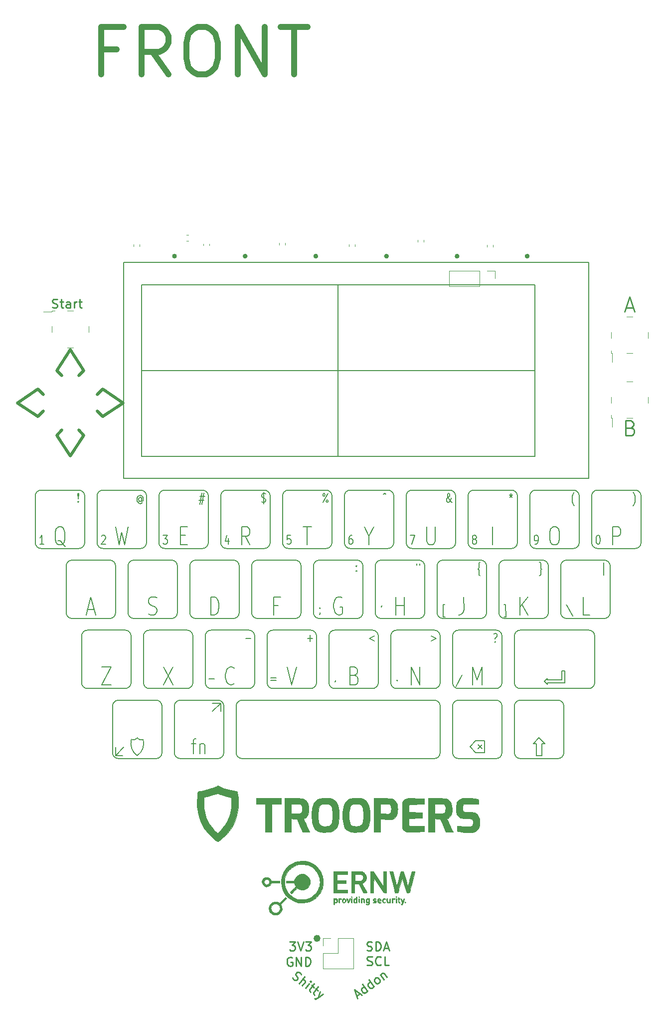
<source format=gbr>
G04 #@! TF.GenerationSoftware,KiCad,Pcbnew,5.0.2-1.fc29*
G04 #@! TF.CreationDate,2019-02-25T04:27:58+01:00*
G04 #@! TF.ProjectId,tr19-badge,74723139-2d62-4616-9467-652e6b696361,rev?*
G04 #@! TF.SameCoordinates,Original*
G04 #@! TF.FileFunction,Legend,Top*
G04 #@! TF.FilePolarity,Positive*
%FSLAX46Y46*%
G04 Gerber Fmt 4.6, Leading zero omitted, Abs format (unit mm)*
G04 Created by KiCad (PCBNEW 5.0.2-1.fc29) date Mon 25 Feb 2019 04:27:58 CET*
%MOMM*%
%LPD*%
G01*
G04 APERTURE LIST*
%ADD10C,0.200000*%
%ADD11C,0.250000*%
%ADD12C,0.600000*%
%ADD13C,1.000000*%
%ADD14C,0.120000*%
%ADD15C,0.500000*%
%ADD16C,0.100000*%
%ADD17C,0.010000*%
%ADD18C,0.400000*%
G04 APERTURE END LIST*
D10*
X38774032Y70258056D02*
X39805967Y68331283D01*
X34173610Y75149602D02*
X34230753Y75149702D01*
X34344914Y75221330D01*
X34401807Y75364287D01*
X34400560Y76078571D01*
X34457454Y76221528D01*
X34571615Y76293156D01*
X34457205Y76364385D01*
X34399813Y76507142D01*
X34398566Y77221427D01*
X34341174Y77364184D01*
X34226764Y77435413D01*
X34169621Y77435313D01*
X24130752Y75150400D02*
X24073609Y75150301D01*
X23959199Y75221530D01*
X23901807Y75364287D01*
X23900560Y76078571D01*
X23843168Y76221329D01*
X23728758Y76292558D01*
X23842919Y76364186D01*
X23899813Y76507142D01*
X23898566Y77221427D01*
X23955459Y77364383D01*
X24069620Y77436011D01*
X24126763Y77436111D01*
X-46316834Y80114296D02*
X-46549432Y80258846D01*
X-46782399Y80548539D01*
X-47131851Y80983078D01*
X-47364449Y81127629D01*
X-47596676Y81127037D01*
X-47478713Y80401621D02*
X-47711311Y80546171D01*
X-47944278Y80835864D01*
X-48061872Y81416138D01*
X-48064462Y82432135D01*
X-47949827Y83013000D01*
X-47718340Y83303877D01*
X-47486482Y83449611D01*
X-47022026Y83450795D01*
X-46789428Y83306244D01*
X-46556461Y83016551D01*
X-46438867Y82436278D01*
X-46436277Y81420281D01*
X-46550911Y80839416D01*
X-46782399Y80548539D01*
X-47014257Y80402805D01*
X-47478713Y80401621D01*
X-44148634Y87750683D02*
X-44091309Y87679400D01*
X-44148270Y87607826D01*
X-44205595Y87679109D01*
X-44148634Y87750683D01*
X-44148270Y87607826D01*
X-44149726Y88179253D02*
X-44209054Y89036247D01*
X-44152093Y89107821D01*
X-44094768Y89036539D01*
X-44149726Y88179253D01*
X-44152093Y89107821D01*
X29925000Y57008274D02*
X29925000Y64913604D01*
X36513517Y83449611D02*
X36977973Y83450795D01*
X37210571Y83306244D01*
X37443538Y83016551D01*
X37561132Y82436278D01*
X37563722Y81420281D01*
X37449088Y80839416D01*
X37217600Y80548539D01*
X36985742Y80402805D01*
X36521286Y80401621D01*
X36288688Y80546171D01*
X36055721Y80835864D01*
X35938127Y81416138D01*
X35935537Y82432135D01*
X36050172Y83013000D01*
X36281659Y83303877D01*
X36513517Y83449611D01*
X-18622248Y81503076D02*
X-18619699Y80503079D01*
X-18909418Y82073774D02*
X-19192400Y81001621D01*
X-18449546Y81003514D01*
X-18950000Y79781066D02*
G75*
G02X-19950000Y80781066I0J1000000D01*
G01*
X13700000Y67894670D02*
X7300000Y67894670D01*
X24200000Y67894670D02*
X17800000Y67894670D01*
X6300000Y68894670D02*
X6300000Y76800000D01*
X-17800000Y77800000D02*
G75*
G02X-16800000Y76800000I0J-1000000D01*
G01*
X-29925000Y53027208D02*
X-29925000Y45121878D01*
X28300000Y67894670D02*
G75*
G02X27300000Y68894670I0J1000000D01*
G01*
X43575000Y57008274D02*
G75*
G02X42575000Y56008274I-1000000J0D01*
G01*
X16800000Y68894670D02*
X16800000Y76800000D01*
X-27300000Y76800000D02*
X-27300000Y68894670D01*
X-40192051Y59675339D02*
X-38566456Y59679483D01*
X-40184282Y56627349D01*
X-38558688Y56631493D01*
X-30925000Y54027208D02*
G75*
G02X-29925000Y53027208I0J-1000000D01*
G01*
X40950000Y88686396D02*
X40950000Y80781066D01*
X-17617485Y56921629D02*
X-17733229Y56776191D01*
X-18081200Y56630161D01*
X-18313428Y56629569D01*
X-18662140Y56773823D01*
X-18895107Y57063516D01*
X-19011961Y57353505D01*
X-19129555Y57933779D01*
X-19130665Y58369206D01*
X-19016031Y58950071D01*
X-18900657Y59240652D01*
X-18669169Y59531529D01*
X-18321197Y59677559D01*
X-18088969Y59678151D01*
X-17740257Y59533896D01*
X-17623774Y59389050D01*
X-17325000Y45121878D02*
X-17325000Y53027208D01*
X35500000Y57508274D02*
X35500000Y57758274D01*
X-40950000Y88686396D02*
G75*
G02X-39950000Y89686396I1000000J0D01*
G01*
X-11433116Y57789574D02*
X-10518833Y57791904D01*
X-10517741Y57363334D02*
X-11432024Y57361004D01*
X19425000Y45121878D02*
X19425000Y53027208D01*
X33625000Y44621878D02*
X34625000Y44621878D01*
X33625000Y46621878D02*
X33625000Y44621878D01*
X-4675000Y56008274D02*
X-11075000Y56008274D01*
X-3675000Y57008274D02*
G75*
G02X-4675000Y56008274I-1000000J0D01*
G01*
X-32550000Y88686396D02*
X-32550000Y80781066D01*
X11550000Y80781066D02*
X11550000Y88686396D01*
X-50450000Y89686396D02*
X-44050000Y89686396D01*
X-51450000Y88686396D02*
G75*
G02X-50450000Y89686396I1000000J0D01*
G01*
X4200000Y76800000D02*
X4200000Y68894670D01*
X17800000Y77800000D02*
X24200000Y77800000D01*
X-24200000Y67894670D02*
G75*
G02X-25200000Y68894670I0J1000000D01*
G01*
X27300000Y68894670D02*
X27300000Y76800000D01*
X35125000Y46621878D02*
X34125000Y47621878D01*
X-42575000Y65913604D02*
X-36175000Y65913604D01*
X-43575000Y64913604D02*
G75*
G02X-42575000Y65913604I1000000J0D01*
G01*
X-23050000Y79781066D02*
X-29450000Y79781066D01*
X-3041786Y68874869D02*
X-3041604Y68803441D01*
X-3098383Y68660439D01*
X-3155343Y68588865D01*
X-3101114Y69731864D02*
X-3043789Y69660581D01*
X-3100750Y69589007D01*
X-3158074Y69660290D01*
X-3101114Y69731864D01*
X-3100750Y69589007D01*
X-44050000Y79781066D02*
X-50450000Y79781066D01*
X-43050000Y80781066D02*
G75*
G02X-44050000Y79781066I-1000000J0D01*
G01*
X30450000Y80781066D02*
G75*
G02X29450000Y79781066I-1000000J0D01*
G01*
X38000000Y57508274D02*
X35500000Y57508274D01*
X38000000Y59008274D02*
X38000000Y57508274D01*
X-36175000Y56008274D02*
X-42575000Y56008274D01*
X-35175000Y57008274D02*
G75*
G02X-36175000Y56008274I-1000000J0D01*
G01*
X-16800000Y68894670D02*
G75*
G02X-17800000Y67894670I-1000000J0D01*
G01*
X20425000Y44121878D02*
G75*
G02X19425000Y45121878I0J1000000D01*
G01*
X32550000Y80781066D02*
X32550000Y88686396D01*
X-7300000Y77800000D02*
G75*
G02X-6300000Y76800000I0J-1000000D01*
G01*
X-43575000Y57008274D02*
X-43575000Y64913604D01*
X-42575000Y56008274D02*
G75*
G02X-43575000Y57008274I0J1000000D01*
G01*
X-22050000Y80781066D02*
G75*
G02X-23050000Y79781066I-1000000J0D01*
G01*
X23375000Y47121878D02*
X24875000Y47121878D01*
X-37799279Y83447539D02*
X-37210941Y80401029D01*
X-36752034Y82579349D01*
X-36282029Y80403397D01*
X-35709229Y83452867D01*
X23050000Y89686396D02*
X29450000Y89686396D01*
X-38325000Y53027208D02*
G75*
G02X-37325000Y54027208I1000000J0D01*
G01*
X-44050000Y89686396D02*
X-50450000Y89686396D01*
X38500000Y57008274D02*
X38500000Y59008274D01*
X29347906Y89107821D02*
X29348816Y88750680D01*
X29062739Y88892808D02*
X29348816Y88750680D01*
X29634165Y88894265D01*
X29178116Y88464529D02*
X29348816Y88750680D01*
X29520972Y88465403D01*
X27825000Y64913604D02*
X27825000Y57008274D01*
X22375000Y46121878D02*
X23375000Y47121878D01*
X38500000Y59008274D02*
X38000000Y59008274D01*
X-8450000Y89686396D02*
X-2050000Y89686396D01*
X-39950000Y79781066D02*
G75*
G02X-40950000Y80781066I0J1000000D01*
G01*
X37800000Y68894670D02*
X37800000Y76800000D01*
X-10152213Y70113271D02*
X-10965010Y70111199D01*
X-10960941Y68514633D02*
X-10968709Y71562623D01*
X-9807570Y71565583D01*
X1050000Y80781066D02*
X1050000Y88686396D01*
X45103003Y75221432D02*
X45097542Y77364282D01*
X-20425000Y44121878D02*
X-26825000Y44121878D01*
X-19425000Y45121878D02*
G75*
G02X-20425000Y44121878I-1000000J0D01*
G01*
X-25675000Y56008274D02*
X-32075000Y56008274D01*
X-24675000Y57008274D02*
G75*
G02X-25675000Y56008274I-1000000J0D01*
G01*
X35700000Y68894670D02*
G75*
G02X34700000Y67894670I-1000000J0D01*
G01*
X19425000Y53027208D02*
G75*
G02X20425000Y54027208I1000000J0D01*
G01*
X-33125000Y47371878D02*
G75*
G02X-34125000Y47621878I-367851J653594D01*
G01*
X43050000Y80781066D02*
X43050000Y88686396D01*
X-45200000Y67894670D02*
G75*
G02X-46200000Y68894670I0J1000000D01*
G01*
X-19950000Y88686396D02*
G75*
G02X-18950000Y89686396I1000000J0D01*
G01*
X-29450000Y79781066D02*
G75*
G02X-30450000Y80781066I0J1000000D01*
G01*
X34700000Y67894670D02*
X28300000Y67894670D01*
X35700000Y76800000D02*
X35700000Y68894670D01*
X38325000Y45121878D02*
G75*
G02X37325000Y44121878I-1000000J0D01*
G01*
X-575000Y65913604D02*
X5825000Y65913604D01*
X-1575000Y64913604D02*
G75*
G02X-575000Y65913604I1000000J0D01*
G01*
X-22575000Y57008274D02*
X-22575000Y64913604D01*
X-21575000Y56008274D02*
G75*
G02X-22575000Y57008274I0J1000000D01*
G01*
X30925000Y56008274D02*
G75*
G02X29925000Y57008274I0J1000000D01*
G01*
X-16800000Y76800000D02*
X-16800000Y68894670D01*
X25200000Y76800000D02*
X25200000Y68894670D01*
X-29450000Y89686396D02*
X-23050000Y89686396D01*
X30925000Y65913604D02*
X42575000Y65913604D01*
X3200000Y77800000D02*
G75*
G02X4200000Y76800000I0J-1000000D01*
G01*
X-3675000Y64913604D02*
X-3675000Y57008274D01*
X-4675000Y65913604D02*
G75*
G02X-3675000Y64913604I0J-1000000D01*
G01*
X-15175000Y56008274D02*
X-21575000Y56008274D01*
X-14175000Y57008274D02*
G75*
G02X-15175000Y56008274I-1000000J0D01*
G01*
X-12075000Y57008274D02*
X-12075000Y64913604D01*
X-11075000Y56008274D02*
G75*
G02X-12075000Y57008274I0J1000000D01*
G01*
X-3200000Y77800000D02*
X3200000Y77800000D01*
X24875000Y45121878D02*
X23375000Y45121878D01*
X39950000Y89686396D02*
G75*
G02X40950000Y88686396I0J-1000000D01*
G01*
X-29752092Y82001472D02*
X-29009237Y82003365D01*
X-29407779Y81430919D01*
X-29236351Y81431356D01*
X-29121884Y81360219D01*
X-29064559Y81288936D01*
X-29007052Y81146225D01*
X-29006142Y80789084D01*
X-29062921Y80646081D01*
X-29119881Y80574507D01*
X-29233985Y80502788D01*
X-29576841Y80501914D01*
X-29691308Y80573051D01*
X-29748633Y80644333D01*
X-32075000Y65913604D02*
X-25675000Y65913604D01*
X-33075000Y64913604D02*
G75*
G02X-32075000Y65913604I1000000J0D01*
G01*
X39950000Y79781066D02*
X33550000Y79781066D01*
X-33125001Y47371877D02*
G75*
G02X-34125000Y44621878I-2405110J-682232D01*
G01*
X6180981Y64969907D02*
X5267790Y64539007D01*
X6183165Y64112767D01*
X33125000Y46621878D02*
X33625000Y46621878D01*
X-21932827Y57676180D02*
X-21018544Y57678510D01*
X38800000Y67894670D02*
G75*
G02X37800000Y68894670I0J1000000D01*
G01*
X-5950937Y83448427D02*
X-4557570Y83451979D01*
X-5246485Y80402213D02*
X-5254254Y83450203D01*
X19950000Y80781066D02*
G75*
G02X18950000Y79781066I-1000000J0D01*
G01*
X42575000Y56008274D02*
X30925000Y56008274D01*
X-34700000Y67894670D02*
G75*
G02X-35700000Y68894670I0J1000000D01*
G01*
X-21575000Y65913604D02*
X-15175000Y65913604D01*
X-22575000Y64913604D02*
G75*
G02X-21575000Y65913604I1000000J0D01*
G01*
X-1575000Y57008274D02*
X-1575000Y64913604D01*
X-32550000Y80781066D02*
G75*
G02X-33550000Y79781066I-1000000J0D01*
G01*
X18950000Y79781066D02*
X12550000Y79781066D01*
X45200000Y77800000D02*
G75*
G02X46200000Y76800000I0J-1000000D01*
G01*
X22050000Y80781066D02*
X22050000Y88686396D01*
X19366013Y87609137D02*
X19308870Y87608991D01*
X19194403Y87680128D01*
X19022429Y87893977D01*
X18735623Y88321818D01*
X18620792Y88535812D01*
X18563103Y88749951D01*
X18562739Y88892808D01*
X18619517Y89035810D01*
X18733620Y89107530D01*
X18790763Y89107676D01*
X18905231Y89036539D01*
X18962737Y88893828D01*
X18962919Y88822399D01*
X18906141Y88679397D01*
X18849180Y88607823D01*
X18507052Y88321236D01*
X18450092Y88249662D01*
X18393313Y88106659D01*
X18393859Y87892374D01*
X18451366Y87749663D01*
X18508691Y87678381D01*
X18623158Y87607244D01*
X18794586Y87607681D01*
X18908690Y87679400D01*
X18965650Y87750974D01*
X19136350Y88037125D01*
X19192947Y88251555D01*
X19192582Y88394412D01*
X26825000Y65913604D02*
G75*
G02X27825000Y64913604I0J-1000000D01*
G01*
X29450000Y89686396D02*
G75*
G02X30450000Y88686396I0J-1000000D01*
G01*
X-35700000Y68894670D02*
X-35700000Y76800000D01*
X33125000Y46621878D02*
X33625000Y46621878D01*
X-25200000Y68894670D02*
X-25200000Y76800000D01*
X23375000Y47121878D02*
X24875000Y47121878D01*
X37800000Y76800000D02*
G75*
G02X38800000Y77800000I1000000J0D01*
G01*
X-12991308Y87678381D02*
X-12819698Y87607389D01*
X-12533985Y87608118D01*
X-12419881Y87679837D01*
X-12362921Y87751411D01*
X-12306142Y87894414D01*
X-12306506Y88037270D01*
X-12364013Y88179981D01*
X-12421338Y88251264D01*
X-12535805Y88322401D01*
X-12764558Y88393247D01*
X-12879025Y88464384D01*
X-12936350Y88535666D01*
X-12993857Y88678377D01*
X-12994221Y88821234D01*
X-12937442Y88964236D01*
X-12880482Y89035810D01*
X-12766379Y89107530D01*
X-12480665Y89108258D01*
X-12309055Y89037267D01*
X-12652639Y89322106D02*
X-12647724Y87393541D01*
X19425000Y57008274D02*
X19425000Y64913604D01*
X40950000Y80781066D02*
G75*
G02X39950000Y79781066I-1000000J0D01*
G01*
X2050000Y79781066D02*
G75*
G02X1050000Y80781066I0J1000000D01*
G01*
X34625000Y46621878D02*
X35125000Y46621878D01*
X27825000Y45121878D02*
G75*
G02X26825000Y44121878I-1000000J0D01*
G01*
X34125000Y47621878D02*
X33125000Y46621878D01*
X-11550000Y88686396D02*
X-11550000Y80781066D01*
X-4200000Y68894670D02*
X-4200000Y76800000D01*
X35500000Y56758274D02*
X35500000Y57008274D01*
X-37800000Y76800000D02*
X-37800000Y68894670D01*
X34625000Y46621878D02*
X35125000Y46621878D01*
X34625000Y44621878D02*
X34625000Y46621878D01*
X18131574Y68116684D02*
X17845861Y68115956D01*
X17840399Y70258806D01*
X18126112Y70259535D01*
X-11550000Y80781066D02*
G75*
G02X-12550000Y79781066I-1000000J0D01*
G01*
X-14700000Y68894670D02*
X-14700000Y76800000D01*
X33423158Y80501914D02*
X33651729Y80502496D01*
X33765832Y80574216D01*
X33822793Y80645790D01*
X33936532Y80860366D01*
X33992947Y81146225D01*
X33991490Y81717652D01*
X33933983Y81860363D01*
X33876659Y81931646D01*
X33762191Y82002783D01*
X33533620Y82002200D01*
X33419517Y81930480D01*
X33362557Y81858906D01*
X33305778Y81715904D01*
X33306688Y81358762D01*
X33364195Y81216051D01*
X33421520Y81144769D01*
X33535987Y81073632D01*
X33764558Y81074214D01*
X33878661Y81145934D01*
X33935622Y81217508D01*
X33992400Y81360510D01*
X-43050000Y88686396D02*
X-43050000Y80781066D01*
X-44050000Y89686396D02*
G75*
G02X-43050000Y88686396I0J-1000000D01*
G01*
X7300000Y67894670D02*
G75*
G02X6300000Y68894670I0J1000000D01*
G01*
X46614887Y80400585D02*
X46607119Y83448575D01*
X47536030Y83450943D01*
X47768628Y83306392D01*
X47885112Y83161546D01*
X48001965Y82871557D01*
X48003075Y82436130D01*
X47887701Y82145549D01*
X47771957Y82000111D01*
X47540099Y81854377D01*
X46611188Y81852009D01*
X17325000Y45121878D02*
G75*
G02X16325000Y44121878I-1000000J0D01*
G01*
X-40950000Y80781066D02*
X-40950000Y88686396D01*
X11550000Y88686396D02*
G75*
G02X12550000Y89686396I1000000J0D01*
G01*
X-417855Y57407840D02*
X-417673Y57336412D01*
X-474452Y57193410D01*
X-531412Y57121836D01*
X35500000Y57008274D02*
X38500000Y57008274D01*
X13369335Y77220843D02*
X13370063Y76935129D01*
X13826477Y77222008D02*
X13827205Y76936295D01*
X-13700000Y67894670D02*
G75*
G02X-14700000Y68894670I0J1000000D01*
G01*
X-25200000Y76800000D02*
G75*
G02X-24200000Y77800000I1000000J0D01*
G01*
X33550000Y79781066D02*
G75*
G02X32550000Y80781066I0J1000000D01*
G01*
X22375000Y46121878D02*
X23375000Y47121878D01*
X23375000Y45121878D02*
X22375000Y46121878D01*
X-4200000Y76800000D02*
G75*
G02X-3200000Y77800000I1000000J0D01*
G01*
X13700000Y77800000D02*
G75*
G02X14700000Y76800000I0J-1000000D01*
G01*
X7662558Y88963217D02*
X7890582Y89178085D01*
X8119699Y88964382D01*
X20425000Y65913604D02*
X26825000Y65913604D01*
X30925000Y44121878D02*
G75*
G02X29925000Y45121878I0J1000000D01*
G01*
X28174433Y68115519D02*
X28460146Y68116248D01*
X28454684Y70259098D01*
X28168971Y70258369D01*
X-24675000Y64913604D02*
X-24675000Y57008274D01*
X-25675000Y65913604D02*
G75*
G02X-24675000Y64913604I0J-1000000D01*
G01*
X37325000Y44121878D02*
X30925000Y44121878D01*
X-45200000Y77800000D02*
X-38800000Y77800000D01*
X23035259Y81359345D02*
X22920792Y81430482D01*
X22863467Y81501765D01*
X22805960Y81644476D01*
X22805778Y81715904D01*
X22862557Y81858906D01*
X22919517Y81930480D01*
X23033620Y82002200D01*
X23262191Y82002783D01*
X23376659Y81931646D01*
X23433983Y81860363D01*
X23491490Y81717652D01*
X23491672Y81646224D01*
X23434894Y81503221D01*
X23377933Y81431647D01*
X23263830Y81359928D01*
X23035259Y81359345D01*
X22921156Y81287625D01*
X22864195Y81216051D01*
X22807417Y81073049D01*
X22808145Y80787336D01*
X22865652Y80644625D01*
X22922976Y80573342D01*
X23037444Y80502205D01*
X23266014Y80502788D01*
X23380118Y80574507D01*
X23437078Y80646081D01*
X23493857Y80789084D01*
X23493129Y81074797D01*
X23435622Y81217508D01*
X23378297Y81288791D01*
X23263830Y81359928D01*
X38000000Y57508274D02*
X35500000Y57508274D01*
X21037008Y58302439D02*
X20013355Y56371252D01*
X7455049Y70116241D02*
X7341491Y69830236D01*
X-33075000Y57008274D02*
X-33075000Y64913604D01*
X-32075000Y56008274D02*
G75*
G02X-33075000Y57008274I0J1000000D01*
G01*
X26669222Y63977745D02*
X26726547Y63906463D01*
X26669586Y63834889D01*
X26612262Y63906171D01*
X26669222Y63977745D01*
X26669586Y63834889D01*
X26437375Y65262873D02*
X26551478Y65334592D01*
X26837191Y65335321D01*
X26951659Y65264184D01*
X27009165Y65121473D01*
X27009529Y64978616D01*
X26952751Y64835614D01*
X26895790Y64764040D01*
X26781687Y64692320D01*
X26724726Y64620746D01*
X26667948Y64477744D01*
X26668130Y64406315D01*
X-34700000Y77800000D02*
X-28300000Y77800000D01*
X-42579274Y69385191D02*
X-41418135Y69388151D01*
X-42809282Y68513745D02*
X-42004254Y71563807D01*
X-41183688Y68517889D01*
X-5232192Y64532321D02*
X-4317909Y64534651D01*
X-4773594Y63962059D02*
X-4776507Y65104913D01*
X-37325000Y54027208D02*
X-30925000Y54027208D01*
X23771447Y46475431D02*
X24478553Y45768324D01*
X23771447Y45768324D02*
X24478553Y46475431D01*
X6825000Y64913604D02*
X6825000Y57008274D01*
X5825000Y65913604D02*
G75*
G02X6825000Y64913604I0J-1000000D01*
G01*
X3200000Y67894670D02*
X-3200000Y67894670D01*
X24875000Y45121878D02*
X23375000Y45121878D01*
X24875000Y47121878D02*
X24875000Y45121878D01*
X38000000Y59008274D02*
X38000000Y57508274D01*
X21344087Y71564695D02*
X21349636Y69387559D01*
X21234632Y68951836D01*
X21003144Y68660959D01*
X20655172Y68514929D01*
X20422944Y68514337D01*
X16800000Y76800000D02*
G75*
G02X17800000Y77800000I1000000J0D01*
G01*
X-15732177Y64526706D02*
X-14817894Y64529037D01*
X-50450000Y79781066D02*
X-44050000Y79781066D01*
X27825000Y53027208D02*
X27825000Y45121878D01*
X34625000Y44621878D02*
X34625000Y46621878D01*
X-6300000Y76800000D02*
X-6300000Y68894670D01*
X-28300000Y77800000D02*
G75*
G02X-27300000Y76800000I0J-1000000D01*
G01*
X44090763Y82002346D02*
X44205049Y82002637D01*
X44319516Y81931500D01*
X44376841Y81860217D01*
X44434347Y81717506D01*
X44492218Y81431939D01*
X44493129Y81074797D01*
X44436714Y80788938D01*
X44379936Y80645936D01*
X44322975Y80574362D01*
X44208872Y80502642D01*
X44094586Y80502351D01*
X43980119Y80573488D01*
X43922794Y80644770D01*
X43865287Y80787481D01*
X43807417Y81073049D01*
X43806506Y81430191D01*
X43862921Y81716050D01*
X43919699Y81859052D01*
X43976660Y81930626D01*
X44090763Y82002346D01*
X1050000Y88686396D02*
G75*
G02X2050000Y89686396I1000000J0D01*
G01*
X-19950000Y80781066D02*
X-19950000Y88686396D01*
X634742Y71420292D02*
X402144Y71564843D01*
X53802Y71563955D01*
X-294169Y71417925D01*
X-525657Y71127048D01*
X-641031Y70836467D01*
X-755665Y70255602D01*
X-754555Y69820175D01*
X-636961Y69239901D01*
X-520107Y68949912D01*
X-287140Y68660219D01*
X61571Y68515965D01*
X293799Y68516557D01*
X641770Y68662587D01*
X757514Y68808025D01*
X754925Y69824022D01*
X290469Y69822838D01*
X2376477Y82003074D02*
X2147906Y82002491D01*
X2033803Y81930772D01*
X1976842Y81859198D01*
X1863103Y81644621D01*
X1806688Y81358762D01*
X1808145Y80787336D01*
X1865652Y80644625D01*
X1922976Y80573342D01*
X2037444Y80502205D01*
X2266014Y80502788D01*
X2380118Y80574507D01*
X2437078Y80646081D01*
X2493857Y80789084D01*
X2492947Y81146225D01*
X2435440Y81288936D01*
X2378115Y81360219D01*
X2263648Y81431356D01*
X2035077Y81430773D01*
X1920974Y81359054D01*
X1864013Y81287480D01*
X1807234Y81144477D01*
X8925000Y64913604D02*
G75*
G02X9925000Y65913604I1000000J0D01*
G01*
X16325000Y65913604D02*
X9925000Y65913604D01*
X30925000Y54027208D02*
X37325000Y54027208D01*
X-23522246Y88606876D02*
X-22665106Y88609061D01*
X-23181029Y89250605D02*
X-23518969Y87321166D01*
X-22777753Y87965915D02*
X-23634893Y87963730D01*
X-23118970Y87322186D02*
X-22781030Y89251625D01*
X20425000Y56008274D02*
G75*
G02X19425000Y57008274I0J1000000D01*
G01*
X46200000Y76800000D02*
X46200000Y68894670D01*
X-1050000Y80781066D02*
G75*
G02X-2050000Y79781066I-1000000J0D01*
G01*
X-29692051Y59675339D02*
X-28058688Y56631493D01*
X-28066456Y59679483D02*
X-29684282Y56627349D01*
X34700000Y77800000D02*
G75*
G02X35700000Y76800000I0J-1000000D01*
G01*
X22815717Y56627349D02*
X22807948Y59675339D01*
X23626294Y57500275D01*
X24433543Y59679483D01*
X24441311Y56631493D01*
X17325000Y53027208D02*
X17325000Y45121878D01*
X-35175000Y64913604D02*
X-35175000Y57008274D01*
X-36175000Y65913604D02*
G75*
G02X-35175000Y64913604I0J-1000000D01*
G01*
X-24910714Y46657592D02*
X-24148809Y46657592D01*
X-24625000Y44990925D02*
X-24625000Y47133782D01*
X-24529761Y47371878D01*
X-24339285Y47490925D01*
X-24148809Y47490925D01*
X-23482142Y46657592D02*
X-23482142Y44990925D01*
X-23482142Y46419497D02*
X-23386904Y46538544D01*
X-23196428Y46657592D01*
X-22910714Y46657592D01*
X-22720238Y46538544D01*
X-22625000Y46300449D01*
X-22625000Y44990925D01*
X38325000Y53027208D02*
X38325000Y45121878D01*
X51450000Y88686396D02*
X51450000Y80781066D01*
X34125000Y47621878D02*
X33125000Y46621878D01*
X35125000Y46621878D02*
X34125000Y47621878D01*
X5249815Y81853637D02*
X5253514Y80402213D01*
X4432948Y83448131D02*
X5249815Y81853637D01*
X6058543Y83452275D01*
X17325000Y57008274D02*
G75*
G02X16325000Y56008274I-1000000J0D01*
G01*
X9925000Y56008274D02*
X16325000Y56008274D01*
X19950000Y88686396D02*
X19950000Y80781066D01*
X-37825000Y44621878D02*
X-37825000Y46033409D01*
X-26773067Y81997447D02*
X-25960270Y81999519D01*
X-25607859Y80403841D02*
X-26768998Y80400881D01*
X-26776766Y83448871D01*
X-25615627Y83451831D01*
X18950000Y89686396D02*
G75*
G02X19950000Y88686396I0J-1000000D01*
G01*
X-40194585Y81858761D02*
X-40137624Y81930335D01*
X-40023521Y82002054D01*
X-39737808Y82002783D01*
X-39623340Y81931646D01*
X-39566016Y81860363D01*
X-39508509Y81717652D01*
X-39508145Y81574795D01*
X-39564741Y81360365D01*
X-40248269Y80501477D01*
X-39505414Y80503370D01*
X16325000Y65913604D02*
G75*
G02X17325000Y64913604I0J-1000000D01*
G01*
X17325000Y57008274D02*
X17325000Y64913604D01*
X-7300000Y67894670D02*
X-13700000Y67894670D01*
X29925000Y64913604D02*
G75*
G02X30925000Y65913604I1000000J0D01*
G01*
X-18950000Y89686396D02*
X-12550000Y89686396D01*
X20425000Y54027208D02*
X26825000Y54027208D01*
X-37800000Y68894670D02*
G75*
G02X-38800000Y67894670I-1000000J0D01*
G01*
X29925000Y45121878D02*
X29925000Y53027208D01*
X10024819Y57479123D02*
X10082144Y57407840D01*
X10025183Y57336266D01*
X9967858Y57407549D01*
X10024819Y57479123D01*
X10025183Y57336266D01*
X2050000Y89686396D02*
X8450000Y89686396D01*
X24200000Y77800000D02*
G75*
G02X25200000Y76800000I0J-1000000D01*
G01*
X42758254Y68517741D02*
X41597115Y68514781D01*
X41589347Y71562771D01*
X43050000Y88686396D02*
G75*
G02X44050000Y89686396I1000000J0D01*
G01*
X35500000Y57758274D02*
X35000000Y57258274D01*
X46200000Y68894670D02*
G75*
G02X45200000Y67894670I-1000000J0D01*
G01*
X37325000Y54027208D02*
G75*
G02X38325000Y53027208I0J-1000000D01*
G01*
X38500000Y59008274D02*
X38000000Y59008274D01*
X38500000Y57008274D02*
X38500000Y59008274D01*
X-3200000Y67894670D02*
G75*
G02X-4200000Y68894670I0J1000000D01*
G01*
X14700000Y76800000D02*
X14700000Y68894670D01*
X-29925000Y45121878D02*
G75*
G02X-30925000Y44121878I-1000000J0D01*
G01*
X-19925000Y53527208D02*
X-21339214Y52112994D01*
X-19925000Y53527208D02*
X-21336532Y53527208D01*
X-19925000Y53527208D02*
X-19925000Y52115676D01*
X-37825000Y44621878D02*
X-36410786Y46036091D01*
X-37825000Y44621878D02*
X-36575000Y44621878D01*
X8450000Y79781066D02*
X2050000Y79781066D01*
X25200000Y68894670D02*
G75*
G02X24200000Y67894670I-1000000J0D01*
G01*
X50124615Y87035817D02*
X50181575Y87107391D01*
X50295315Y87321967D01*
X50352093Y87464970D01*
X50408690Y87679400D01*
X50464922Y88036688D01*
X50464194Y88322401D01*
X50406141Y88679397D01*
X50348452Y88893536D01*
X50290945Y89036247D01*
X50176114Y89250241D01*
X50118789Y89321524D01*
X26825000Y56008274D02*
X20425000Y56008274D01*
X-13700000Y77800000D02*
X-7300000Y77800000D01*
X40081756Y87036982D02*
X40024431Y87108265D01*
X39909600Y87322259D01*
X39852093Y87464970D01*
X39794404Y87679109D01*
X39736351Y88036105D01*
X39735623Y88321818D01*
X39791856Y88679106D01*
X39848452Y88893536D01*
X39905231Y89036539D01*
X40018970Y89251115D01*
X40075930Y89322689D01*
X27825000Y57008274D02*
G75*
G02X26825000Y56008274I-1000000J0D01*
G01*
X12431830Y56627645D02*
X12424062Y59675635D01*
X13825197Y56631197D01*
X13817429Y59679187D01*
X16325000Y54027208D02*
G75*
G02X17325000Y53027208I0J-1000000D01*
G01*
X-46200000Y76800000D02*
G75*
G02X-45200000Y77800000I1000000J0D01*
G01*
X-51450000Y88686396D02*
X-51450000Y80781066D01*
X-37325000Y44121878D02*
G75*
G02X-38325000Y45121878I0J1000000D01*
G01*
X15766698Y64967577D02*
X16682073Y64541337D01*
X15768883Y64110437D01*
X-34125000Y47621878D02*
G75*
G02X-35125000Y47371878I-632149J403594D01*
G01*
X-30450000Y88686396D02*
G75*
G02X-29450000Y89686396I1000000J0D01*
G01*
X51450000Y80781066D02*
G75*
G02X50450000Y79781066I-1000000J0D01*
G01*
X23050000Y79781066D02*
G75*
G02X22050000Y80781066I0J1000000D01*
G01*
X12247907Y82001472D02*
X13047905Y82003511D01*
X12537444Y80502205D01*
X-34125001Y44621878D02*
G75*
G02X-35125000Y47371878I1405112J2067767D01*
G01*
X-24200000Y77800000D02*
X-17800000Y77800000D01*
X-14175000Y64913604D02*
X-14175000Y57008274D01*
X-15175000Y65913604D02*
G75*
G02X-14175000Y64913604I0J-1000000D01*
G01*
X50450000Y89686396D02*
G75*
G02X51450000Y88686396I0J-1000000D01*
G01*
X33625000Y46621878D02*
X33625000Y44621878D01*
X12550000Y89686396D02*
X18950000Y89686396D01*
X-23050000Y89686396D02*
G75*
G02X-22050000Y88686396I0J-1000000D01*
G01*
X-11075000Y65913604D02*
X-4675000Y65913604D01*
X-12075000Y64913604D02*
G75*
G02X-11075000Y65913604I1000000J0D01*
G01*
X-27825000Y45121878D02*
X-27825000Y53027208D01*
X-26825000Y44121878D02*
G75*
G02X-27825000Y45121878I0J1000000D01*
G01*
X-9450000Y88686396D02*
G75*
G02X-8450000Y89686396I1000000J0D01*
G01*
X-12550000Y89686396D02*
G75*
G02X-11550000Y88686396I0J-1000000D01*
G01*
X-44050000Y89686396D02*
G75*
G02X-43050000Y88686396I0J-1000000D01*
G01*
X23375000Y45121878D02*
X22375000Y46121878D01*
X-19425000Y53027208D02*
X-19425000Y45121878D01*
X-20425000Y54027208D02*
G75*
G02X-19425000Y53027208I0J-1000000D01*
G01*
X-2050000Y79781066D02*
X-8450000Y79781066D01*
X-51450000Y88686396D02*
G75*
G02X-50450000Y89686396I1000000J0D01*
G01*
X9806830Y68514041D02*
X9799062Y71562031D01*
X9802761Y70110607D02*
X11196128Y70114159D01*
X11200197Y68517593D02*
X11192429Y71565583D01*
X-9450000Y80781066D02*
X-9450000Y88686396D01*
X15049062Y83448427D02*
X15055351Y80981007D01*
X15172205Y80691018D01*
X15288688Y80546171D01*
X15521286Y80401621D01*
X15985742Y80402805D01*
X16217600Y80548539D01*
X16333344Y80693977D01*
X16448718Y80984558D01*
X16442429Y83451979D01*
X2798615Y58226431D02*
X3147327Y58082176D01*
X3263811Y57937330D01*
X3380665Y57647341D01*
X3381775Y57211914D01*
X3266401Y56921333D01*
X3150657Y56775895D01*
X2918799Y56630161D01*
X1989887Y56627793D01*
X1982119Y59675783D01*
X2794916Y59677855D01*
X3027514Y59533304D01*
X3143998Y59388458D01*
X3260851Y59098469D01*
X3261591Y58808184D01*
X3146217Y58517604D01*
X3030473Y58372165D01*
X2798615Y58226431D01*
X1985818Y58224359D01*
X-16325000Y54027208D02*
X16325000Y54027208D01*
X44050000Y79781066D02*
G75*
G02X43050000Y80781066I0J1000000D01*
G01*
X-26825000Y54027208D02*
X-20425000Y54027208D01*
X-27825000Y53027208D02*
G75*
G02X-26825000Y54027208I1000000J0D01*
G01*
X4200000Y68894670D02*
G75*
G02X3200000Y67894670I-1000000J0D01*
G01*
X9450000Y88686396D02*
X9450000Y80781066D01*
X29450000Y79781066D02*
X23050000Y79781066D01*
X26825000Y54027208D02*
G75*
G02X27825000Y53027208I0J-1000000D01*
G01*
X29925000Y53027208D02*
G75*
G02X30925000Y54027208I1000000J0D01*
G01*
X-33392949Y88322765D02*
X-33450273Y88394048D01*
X-33564741Y88465185D01*
X-33679026Y88464894D01*
X-33793129Y88393174D01*
X-33850090Y88321600D01*
X-33906868Y88178598D01*
X-33906504Y88035741D01*
X-33848998Y87893030D01*
X-33791673Y87821747D01*
X-33677205Y87750610D01*
X-33562920Y87750901D01*
X-33448817Y87822621D01*
X-33391856Y87894195D01*
X-33393313Y88465622D02*
X-33391856Y87894195D01*
X-33334531Y87822912D01*
X-33277389Y87823058D01*
X-33163285Y87894778D01*
X-33106507Y88037780D01*
X-33107417Y88394922D01*
X-33222249Y88608915D01*
X-33394041Y88751335D01*
X-33622794Y88822181D01*
X-33851182Y88750170D01*
X-34022246Y88606876D01*
X-34135985Y88392300D01*
X-34192400Y88106441D01*
X-34134529Y87820873D01*
X-34019697Y87606880D01*
X-33847905Y87464460D01*
X-33619152Y87393614D01*
X-33390764Y87465625D01*
X-33219700Y87608919D01*
X9925000Y56008274D02*
G75*
G02X8925000Y57008274I0J1000000D01*
G01*
X8925000Y64913604D02*
X8925000Y57008274D01*
X8450000Y89686396D02*
G75*
G02X9450000Y88686396I0J-1000000D01*
G01*
X-33550000Y79781066D02*
X-39950000Y79781066D01*
X-12550000Y79781066D02*
X-18950000Y79781066D01*
X-1050000Y88686396D02*
X-1050000Y80781066D01*
X12550000Y79781066D02*
G75*
G02X11550000Y80781066I0J1000000D01*
G01*
X32550000Y88686396D02*
G75*
G02X33550000Y89686396I1000000J0D01*
G01*
X-39950000Y89686396D02*
X-33550000Y89686396D01*
X35000000Y57258274D02*
X35500000Y56758274D01*
X-8450000Y79781066D02*
G75*
G02X-9450000Y80781066I0J1000000D01*
G01*
X6300000Y76800000D02*
G75*
G02X7300000Y77800000I1000000J0D01*
G01*
X-46200000Y68894670D02*
X-46200000Y76800000D01*
X44050000Y89686396D02*
X50450000Y89686396D01*
X-43050000Y80781066D02*
X-43050000Y88686396D01*
X-8692051Y59675339D02*
X-7871485Y56629421D01*
X-7066456Y59679483D01*
X-17325000Y53027208D02*
G75*
G02X-16325000Y54027208I1000000J0D01*
G01*
X-14700000Y76800000D02*
G75*
G02X-13700000Y77800000I1000000J0D01*
G01*
X-30925000Y44121878D02*
X-37325000Y44121878D01*
X-50450000Y79781066D02*
G75*
G02X-51450000Y80781066I0J1000000D01*
G01*
X22050000Y88686396D02*
G75*
G02X23050000Y89686396I1000000J0D01*
G01*
X-38325000Y45121878D02*
X-38325000Y53027208D01*
X-21635112Y68514189D02*
X-21642880Y71562179D01*
X-21062311Y71563659D01*
X-20713599Y71419404D01*
X-20480631Y71129712D01*
X-20363778Y70839723D01*
X-20246184Y70259449D01*
X-20245074Y69824022D01*
X-20359708Y69243157D01*
X-20475082Y68952576D01*
X-20706570Y68661699D01*
X-21054542Y68515669D01*
X-21635112Y68514189D01*
X30450000Y88686396D02*
X30450000Y80781066D01*
X9450000Y80781066D02*
G75*
G02X8450000Y79781066I-1000000J0D01*
G01*
X-2605411Y87606661D02*
X-1694952Y89108987D01*
X-2437807Y89107093D02*
X-2323339Y89035956D01*
X-2265832Y88893245D01*
X-2322611Y88750243D01*
X-2436714Y88678523D01*
X-2551182Y88749660D01*
X-2608688Y88892371D01*
X-2551910Y89035374D01*
X-2437807Y89107093D01*
X-1748453Y87680274D02*
X-1691675Y87823276D01*
X-1749182Y87965987D01*
X-1863649Y88037125D01*
X-1977752Y87965405D01*
X-2034531Y87822403D01*
X-1977024Y87679692D01*
X-1862557Y87608555D01*
X-1748453Y87680274D01*
X19425000Y64913604D02*
G75*
G02X20425000Y65913604I1000000J0D01*
G01*
X26825000Y44121878D02*
X20425000Y44121878D01*
X-6300000Y68894670D02*
G75*
G02X-7300000Y67894670I-1000000J0D01*
G01*
X33625000Y44621878D02*
X34625000Y44621878D01*
X-17800000Y67894670D02*
X-24200000Y67894670D01*
X-8066380Y82003220D02*
X-8637807Y82001763D01*
X-8693129Y81287334D01*
X-8636168Y81358908D01*
X-8522065Y81430628D01*
X-8236351Y81431356D01*
X-8121884Y81360219D01*
X-8064559Y81288936D01*
X-8007052Y81146225D01*
X-8006142Y80789084D01*
X-8062921Y80646081D01*
X-8119881Y80574507D01*
X-8233985Y80502788D01*
X-8519698Y80502059D01*
X-8634165Y80573196D01*
X-8691490Y80644479D01*
X14700000Y68894670D02*
G75*
G02X13700000Y67894670I-1000000J0D01*
G01*
X28300000Y77800000D02*
X34700000Y77800000D01*
X-43050000Y80781066D02*
G75*
G02X-44050000Y79781066I-1000000J0D01*
G01*
X-32193538Y68659184D02*
X-31844827Y68514929D01*
X-31264257Y68516409D01*
X-31032399Y68662143D01*
X-30916655Y68807581D01*
X-30801281Y69098162D01*
X-30802021Y69388447D01*
X-30918875Y69678436D01*
X-31035359Y69823282D01*
X-31267957Y69967833D01*
X-31732782Y70111791D01*
X-31965380Y70256342D01*
X-32081864Y70401188D01*
X-32198718Y70691177D01*
X-32199458Y70981462D01*
X-32084083Y71272042D01*
X-31968340Y71417481D01*
X-31736482Y71563215D01*
X-31155912Y71564695D01*
X-30807200Y71420440D01*
X43575000Y64913604D02*
X43575000Y57008274D01*
X26253514Y80402213D02*
X26245745Y83450203D01*
X16325000Y44121878D02*
X-16325000Y44121878D01*
X-33550000Y89686396D02*
G75*
G02X-32550000Y88686396I0J-1000000D01*
G01*
X50450000Y79781066D02*
X44050000Y79781066D01*
X-50005414Y80503370D02*
X-50691126Y80501622D01*
X-50348270Y80502496D02*
X-50352093Y82002491D01*
X-50465832Y81787915D01*
X-50579754Y81644767D01*
X-50693857Y81573047D01*
X-28300000Y67894670D02*
X-34700000Y67894670D01*
X-51450000Y80781066D02*
X-51450000Y88686396D01*
X24875000Y47121878D02*
X24875000Y45121878D01*
X45200000Y67894670D02*
X38800000Y67894670D01*
X-35700000Y76800000D02*
G75*
G02X-34700000Y77800000I1000000J0D01*
G01*
X38800000Y77800000D02*
X45200000Y77800000D01*
X-30450000Y80781066D02*
X-30450000Y88686396D01*
X-575000Y56008274D02*
G75*
G02X-1575000Y57008274I0J1000000D01*
G01*
X-22050000Y88686396D02*
X-22050000Y80781066D01*
X5825000Y56008274D02*
X-575000Y56008274D01*
X6825000Y57008274D02*
G75*
G02X5825000Y56008274I-1000000J0D01*
G01*
X-27300000Y68894670D02*
G75*
G02X-28300000Y67894670I-1000000J0D01*
G01*
X-14991745Y80404137D02*
X-15808241Y81853489D01*
X-16385112Y80400585D02*
X-16392880Y83448575D01*
X-15463969Y83450943D01*
X-15231371Y83306392D01*
X-15114887Y83161546D01*
X-14998034Y82871557D01*
X-14996924Y82436130D01*
X-15112298Y82145549D01*
X-15228042Y82000111D01*
X-15459900Y81854377D01*
X-16388811Y81852009D01*
X-38800000Y67894670D02*
X-45200000Y67894670D01*
X35500000Y57008274D02*
X38500000Y57008274D01*
X-38800000Y77800000D02*
G75*
G02X-37800000Y76800000I0J-1000000D01*
G01*
X27300000Y76800000D02*
G75*
G02X28300000Y77800000I1000000J0D01*
G01*
X30864887Y68514189D02*
X30857119Y71562179D01*
X32258254Y68517741D02*
X31208790Y70256786D01*
X32250486Y71565731D02*
X30861558Y69820471D01*
X-16325000Y44121878D02*
G75*
G02X-17325000Y45121878I0J1000000D01*
G01*
X7300000Y77800000D02*
X13700000Y77800000D01*
X-2050000Y89686396D02*
G75*
G02X-1050000Y88686396I0J-1000000D01*
G01*
X3100888Y76051482D02*
X3158213Y75980199D01*
X3101252Y75908625D01*
X3043927Y75979908D01*
X3100888Y76051482D01*
X3101252Y75908625D01*
X3098885Y76837194D02*
X3156210Y76765911D01*
X3099249Y76694337D01*
X3041925Y76765620D01*
X3098885Y76837194D01*
X3099249Y76694337D01*
X-50450000Y79781066D02*
G75*
G02X-51450000Y80781066I0J1000000D01*
G01*
X33550000Y89686396D02*
X39950000Y89686396D01*
X17800000Y67894670D02*
G75*
G02X16800000Y68894670I0J1000000D01*
G01*
X42575000Y65913604D02*
G75*
G02X43575000Y64913604I0J-1000000D01*
G01*
D11*
X3112108Y3792405D02*
X3689977Y4212251D01*
X3248442Y3361714D02*
X2771273Y4869132D01*
X4057459Y3949499D01*
X4982050Y4621254D02*
X4100372Y5834779D01*
X4940065Y4679041D02*
X4866476Y4537284D01*
X4635328Y4369346D01*
X4477770Y4343163D01*
X4377998Y4358966D01*
X4236242Y4432555D01*
X3984334Y4779276D01*
X3958152Y4936835D01*
X3973954Y5036607D01*
X4047543Y5178363D01*
X4278691Y5346301D01*
X4436249Y5372484D01*
X6080001Y5418962D02*
X5198324Y6632488D01*
X6038017Y5476749D02*
X5964428Y5334993D01*
X5733280Y5167054D01*
X5575721Y5140872D01*
X5475950Y5156674D01*
X5334194Y5230263D01*
X5082286Y5576985D01*
X5056103Y5734544D01*
X5071905Y5834315D01*
X5145495Y5976071D01*
X5376642Y6144010D01*
X5534201Y6170192D01*
X6831232Y5964763D02*
X6673673Y5938581D01*
X6573901Y5954383D01*
X6432145Y6027972D01*
X6180237Y6374694D01*
X6154055Y6532252D01*
X6169857Y6632024D01*
X6243446Y6773780D01*
X6416807Y6899734D01*
X6574366Y6925916D01*
X6674137Y6910114D01*
X6815893Y6836525D01*
X7067801Y6489803D01*
X7093984Y6332245D01*
X7078182Y6232473D01*
X7004592Y6090717D01*
X6831232Y5964763D01*
X7168037Y7445534D02*
X7755822Y6636517D01*
X7252006Y7329961D02*
X7267809Y7429732D01*
X7341398Y7571488D01*
X7514759Y7697442D01*
X7672317Y7723625D01*
X7814073Y7650036D01*
X8275905Y7014379D01*
X-7775726Y6906079D02*
X-7647576Y6720073D01*
X-7362349Y6505139D01*
X-7205272Y6476211D01*
X-7105240Y6490269D01*
X-6962221Y6561373D01*
X-6876247Y6675464D01*
X-6847319Y6832542D01*
X-6861377Y6932574D01*
X-6932481Y7075593D01*
X-7117676Y7304585D01*
X-7188780Y7447604D01*
X-7202839Y7547636D01*
X-7173911Y7704714D01*
X-7087937Y7818805D01*
X-6944918Y7889909D01*
X-6844886Y7903967D01*
X-6687808Y7875039D01*
X-6402581Y7660105D01*
X-6274432Y7474100D01*
X-6620759Y5946311D02*
X-5718037Y7144264D01*
X-6107351Y5559430D02*
X-5634496Y6186929D01*
X-5605568Y6344006D01*
X-5676672Y6487025D01*
X-5847808Y6615986D01*
X-6004886Y6644914D01*
X-6104918Y6630855D01*
X-5536897Y5129562D02*
X-4935082Y5928197D01*
X-4634174Y6327515D02*
X-4734206Y6313456D01*
X-4720148Y6213424D01*
X-4620116Y6227483D01*
X-4634174Y6327515D01*
X-4720148Y6213424D01*
X-4535764Y5627290D02*
X-4079401Y5283395D01*
X-4063720Y5897647D02*
X-4837482Y4870830D01*
X-4866411Y4713752D01*
X-4795307Y4570733D01*
X-4681216Y4484760D01*
X-3851219Y5111448D02*
X-3394856Y4767554D01*
X-3379175Y5381806D02*
X-4152938Y4354989D01*
X-4181866Y4197911D01*
X-4110762Y4054892D01*
X-3996671Y3968918D01*
X-3109629Y4552620D02*
X-3426217Y3539051D01*
X-2539175Y4122752D02*
X-3426217Y3539051D01*
X-3755242Y3339797D01*
X-3855274Y3325739D01*
X-4012352Y3354667D01*
D12*
X-3300000Y13600000D02*
G75*
G03X-3300000Y13600000I-300000J0D01*
G01*
D11*
X4914285Y9092857D02*
X5128571Y9021428D01*
X5485714Y9021428D01*
X5628571Y9092857D01*
X5700000Y9164285D01*
X5771428Y9307142D01*
X5771428Y9450000D01*
X5700000Y9592857D01*
X5628571Y9664285D01*
X5485714Y9735714D01*
X5200000Y9807142D01*
X5057142Y9878571D01*
X4985714Y9950000D01*
X4914285Y10092857D01*
X4914285Y10235714D01*
X4985714Y10378571D01*
X5057142Y10450000D01*
X5200000Y10521428D01*
X5557142Y10521428D01*
X5771428Y10450000D01*
X7271428Y9164285D02*
X7200000Y9092857D01*
X6985714Y9021428D01*
X6842857Y9021428D01*
X6628571Y9092857D01*
X6485714Y9235714D01*
X6414285Y9378571D01*
X6342857Y9664285D01*
X6342857Y9878571D01*
X6414285Y10164285D01*
X6485714Y10307142D01*
X6628571Y10450000D01*
X6842857Y10521428D01*
X6985714Y10521428D01*
X7200000Y10450000D01*
X7271428Y10378571D01*
X8628571Y9021428D02*
X7914285Y9021428D01*
X7914285Y10521428D01*
X4878571Y11592857D02*
X5092857Y11521428D01*
X5450000Y11521428D01*
X5592857Y11592857D01*
X5664285Y11664285D01*
X5735714Y11807142D01*
X5735714Y11950000D01*
X5664285Y12092857D01*
X5592857Y12164285D01*
X5450000Y12235714D01*
X5164285Y12307142D01*
X5021428Y12378571D01*
X4950000Y12450000D01*
X4878571Y12592857D01*
X4878571Y12735714D01*
X4950000Y12878571D01*
X5021428Y12950000D01*
X5164285Y13021428D01*
X5521428Y13021428D01*
X5735714Y12950000D01*
X6378571Y11521428D02*
X6378571Y13021428D01*
X6735714Y13021428D01*
X6950000Y12950000D01*
X7092857Y12807142D01*
X7164285Y12664285D01*
X7235714Y12378571D01*
X7235714Y12164285D01*
X7164285Y11878571D01*
X7092857Y11735714D01*
X6950000Y11592857D01*
X6735714Y11521428D01*
X6378571Y11521428D01*
X7807142Y11950000D02*
X8521428Y11950000D01*
X7664285Y11521428D02*
X8164285Y13021428D01*
X8664285Y11521428D01*
X-7842857Y10350000D02*
X-7985714Y10421428D01*
X-8200000Y10421428D01*
X-8414285Y10350000D01*
X-8557142Y10207142D01*
X-8628571Y10064285D01*
X-8700000Y9778571D01*
X-8700000Y9564285D01*
X-8628571Y9278571D01*
X-8557142Y9135714D01*
X-8414285Y8992857D01*
X-8200000Y8921428D01*
X-8057142Y8921428D01*
X-7842857Y8992857D01*
X-7771428Y9064285D01*
X-7771428Y9564285D01*
X-8057142Y9564285D01*
X-7128571Y8921428D02*
X-7128571Y10421428D01*
X-6271428Y8921428D01*
X-6271428Y10421428D01*
X-5557142Y8921428D02*
X-5557142Y10421428D01*
X-5200000Y10421428D01*
X-4985714Y10350000D01*
X-4842857Y10207142D01*
X-4771428Y10064285D01*
X-4700000Y9778571D01*
X-4700000Y9564285D01*
X-4771428Y9278571D01*
X-4842857Y9135714D01*
X-4985714Y8992857D01*
X-5200000Y8921428D01*
X-5557142Y8921428D01*
X-8257142Y13021428D02*
X-7328571Y13021428D01*
X-7828571Y12450000D01*
X-7614285Y12450000D01*
X-7471428Y12378571D01*
X-7400000Y12307142D01*
X-7328571Y12164285D01*
X-7328571Y11807142D01*
X-7400000Y11664285D01*
X-7471428Y11592857D01*
X-7614285Y11521428D01*
X-8042857Y11521428D01*
X-8185714Y11592857D01*
X-8257142Y11664285D01*
X-6900000Y13021428D02*
X-6400000Y11521428D01*
X-5900000Y13021428D01*
X-5542857Y13021428D02*
X-4614285Y13021428D01*
X-5114285Y12450000D01*
X-4900000Y12450000D01*
X-4757142Y12378571D01*
X-4685714Y12307142D01*
X-4614285Y12164285D01*
X-4614285Y11807142D01*
X-4685714Y11664285D01*
X-4757142Y11592857D01*
X-4900000Y11521428D01*
X-5328571Y11521428D01*
X-5471428Y11592857D01*
X-5542857Y11664285D01*
X49678571Y100278571D02*
X50035714Y100159523D01*
X50154761Y100040476D01*
X50273809Y99802380D01*
X50273809Y99445238D01*
X50154761Y99207142D01*
X50035714Y99088095D01*
X49797619Y98969047D01*
X48845238Y98969047D01*
X48845238Y101469047D01*
X49678571Y101469047D01*
X49916666Y101350000D01*
X50035714Y101230952D01*
X50154761Y100992857D01*
X50154761Y100754761D01*
X50035714Y100516666D01*
X49916666Y100397619D01*
X49678571Y100278571D01*
X48845238Y100278571D01*
X48904761Y120683333D02*
X50095238Y120683333D01*
X48666666Y119969047D02*
X49500000Y122469047D01*
X50333333Y119969047D01*
X-48528571Y120692857D02*
X-48314285Y120621428D01*
X-47957142Y120621428D01*
X-47814285Y120692857D01*
X-47742857Y120764285D01*
X-47671428Y120907142D01*
X-47671428Y121050000D01*
X-47742857Y121192857D01*
X-47814285Y121264285D01*
X-47957142Y121335714D01*
X-48242857Y121407142D01*
X-48385714Y121478571D01*
X-48457142Y121550000D01*
X-48528571Y121692857D01*
X-48528571Y121835714D01*
X-48457142Y121978571D01*
X-48385714Y122050000D01*
X-48242857Y122121428D01*
X-47885714Y122121428D01*
X-47671428Y122050000D01*
X-47242857Y121621428D02*
X-46671428Y121621428D01*
X-47028571Y122121428D02*
X-47028571Y120835714D01*
X-46957142Y120692857D01*
X-46814285Y120621428D01*
X-46671428Y120621428D01*
X-45528571Y120621428D02*
X-45528571Y121407142D01*
X-45600000Y121550000D01*
X-45742857Y121621428D01*
X-46028571Y121621428D01*
X-46171428Y121550000D01*
X-45528571Y120692857D02*
X-45671428Y120621428D01*
X-46028571Y120621428D01*
X-46171428Y120692857D01*
X-46242857Y120835714D01*
X-46242857Y120978571D01*
X-46171428Y121121428D01*
X-46028571Y121192857D01*
X-45671428Y121192857D01*
X-45528571Y121264285D01*
X-44814285Y120621428D02*
X-44814285Y121621428D01*
X-44814285Y121335714D02*
X-44742857Y121478571D01*
X-44671428Y121550000D01*
X-44528571Y121621428D01*
X-44385714Y121621428D01*
X-44100000Y121621428D02*
X-43528571Y121621428D01*
X-43885714Y122121428D02*
X-43885714Y120835714D01*
X-43814285Y120692857D01*
X-43671428Y120621428D01*
X-43528571Y120621428D01*
D13*
X-37585714Y164471428D02*
X-40252380Y164471428D01*
X-40252380Y160280952D02*
X-40252380Y168280952D01*
X-36442857Y168280952D01*
X-28823809Y160280952D02*
X-31490476Y164090476D01*
X-33395238Y160280952D02*
X-33395238Y168280952D01*
X-30347619Y168280952D01*
X-29585714Y167900000D01*
X-29204761Y167519047D01*
X-28823809Y166757142D01*
X-28823809Y165614285D01*
X-29204761Y164852380D01*
X-29585714Y164471428D01*
X-30347619Y164090476D01*
X-33395238Y164090476D01*
X-23871428Y168280952D02*
X-22347619Y168280952D01*
X-21585714Y167900000D01*
X-20823809Y167138095D01*
X-20442857Y165614285D01*
X-20442857Y162947619D01*
X-20823809Y161423809D01*
X-21585714Y160661904D01*
X-22347619Y160280952D01*
X-23871428Y160280952D01*
X-24633333Y160661904D01*
X-25395238Y161423809D01*
X-25776190Y162947619D01*
X-25776190Y165614285D01*
X-25395238Y167138095D01*
X-24633333Y167900000D01*
X-23871428Y168280952D01*
X-17014285Y160280952D02*
X-17014285Y168280952D01*
X-12442857Y160280952D01*
X-12442857Y168280952D01*
X-9776190Y168280952D02*
X-5204761Y168280952D01*
X-7490476Y160280952D02*
X-7490476Y168280952D01*
D14*
G04 #@! TO.C,J6*
X2600000Y13660000D02*
X0Y13660000D01*
X2600000Y13660000D02*
X2600000Y8460000D01*
X2600000Y8460000D02*
X-2600000Y8460000D01*
X-2600000Y11060000D02*
X-2600000Y8460000D01*
X0Y11060000D02*
X-2600000Y11060000D01*
X0Y13660000D02*
X0Y11060000D01*
X-2600000Y13660000D02*
X-2600000Y12330000D01*
X-1270000Y13660000D02*
X-2600000Y13660000D01*
D10*
G04 #@! TO.C,U4*
X1151Y95450000D02*
X1151Y124550000D01*
X-33423849Y110000000D02*
X33426151Y110000000D01*
X-36423849Y91650000D02*
X42576151Y91650000D01*
X42576151Y91650000D02*
X42576151Y128350000D01*
X42576151Y128350000D02*
X-36423849Y128350000D01*
X-36423849Y128350000D02*
X-36423849Y91650000D01*
X-33423849Y95450000D02*
X33426151Y95450000D01*
X33426151Y95450000D02*
X33426151Y124550000D01*
X33426151Y124550000D02*
X-33423849Y124550000D01*
X-33423849Y124550000D02*
X-33423849Y95450000D01*
D15*
G04 #@! TO.C,S6*
X-46900000Y109100000D02*
X-47800000Y110000000D01*
X-43200000Y110000000D02*
X-45500000Y113500000D01*
X-44100000Y109100000D02*
X-43200000Y110000000D01*
X-47800000Y110000000D02*
X-45500000Y113500000D01*
X-44100000Y99900000D02*
X-43200000Y99000000D01*
X-47800000Y99000000D02*
X-45500000Y95500000D01*
X-46900000Y99900000D02*
X-47800000Y99000000D01*
X-43200000Y99000000D02*
X-45500000Y95500000D01*
X-40900000Y105900000D02*
X-40000000Y106800000D01*
X-40000000Y102200000D02*
X-36500000Y104500000D01*
X-40900000Y103100000D02*
X-40000000Y102200000D01*
X-40000000Y106800000D02*
X-36500000Y104500000D01*
X-51000000Y102200000D02*
X-54500000Y104500000D01*
X-50100000Y103100000D02*
X-51000000Y102200000D01*
X-51000000Y106800000D02*
X-54500000Y104500000D01*
X-50100000Y105900000D02*
X-51000000Y106800000D01*
D16*
G04 #@! TO.C,S1*
X-48600000Y117000000D02*
X-48600000Y117500000D01*
X-48600000Y117000000D02*
X-48600000Y116500000D01*
X-42400000Y117000000D02*
X-42400000Y117500000D01*
X-42400000Y117000000D02*
X-42400000Y116500000D01*
X-45500000Y113900000D02*
X-46000000Y113900000D01*
X-45500000Y113900000D02*
X-45000000Y113900000D01*
X-45500000Y120100000D02*
X-45000000Y120100000D01*
X-45500000Y120100000D02*
X-46000000Y120100000D01*
X-48900000Y120000000D02*
X-50100000Y120000000D01*
X-48600000Y120000000D02*
X-48900000Y120000000D01*
X-48600000Y120100000D02*
X-48600000Y120000000D01*
X-48100000Y120100000D02*
X-48600000Y120100000D01*
G04 #@! TO.C,S2*
X49500000Y112900000D02*
X49000000Y112900000D01*
X49500000Y112900000D02*
X50000000Y112900000D01*
X49500000Y119100000D02*
X49000000Y119100000D01*
X49500000Y119100000D02*
X50000000Y119100000D01*
X52600000Y116000000D02*
X52600000Y115500000D01*
X52600000Y116000000D02*
X52600000Y116500000D01*
X46400000Y116000000D02*
X46400000Y116500000D01*
X46400000Y116000000D02*
X46400000Y115500000D01*
X46500000Y112600000D02*
X46500000Y111400000D01*
X46500000Y112900000D02*
X46500000Y112600000D01*
X46400000Y112900000D02*
X46500000Y112900000D01*
X46400000Y113400000D02*
X46400000Y112900000D01*
G04 #@! TO.C,S3*
X49500000Y101900000D02*
X49000000Y101900000D01*
X49500000Y101900000D02*
X50000000Y101900000D01*
X49500000Y108100000D02*
X49000000Y108100000D01*
X49500000Y108100000D02*
X50000000Y108100000D01*
X52600000Y105000000D02*
X52600000Y104500000D01*
X52600000Y105000000D02*
X52600000Y105500000D01*
X46400000Y105000000D02*
X46400000Y105500000D01*
X46400000Y105000000D02*
X46400000Y104500000D01*
X46500000Y101600000D02*
X46500000Y100400000D01*
X46500000Y101900000D02*
X46500000Y101600000D01*
X46400000Y101900000D02*
X46500000Y101900000D01*
X46400000Y102400000D02*
X46400000Y101900000D01*
D14*
G04 #@! TO.C,J7*
X18890000Y126930000D02*
X18890000Y124270000D01*
X24030000Y126930000D02*
X18890000Y126930000D01*
X24030000Y124270000D02*
X18890000Y124270000D01*
X24030000Y126930000D02*
X24030000Y124270000D01*
X25300000Y126930000D02*
X26630000Y126930000D01*
X26630000Y126930000D02*
X26630000Y125600000D01*
D17*
G04 #@! TO.C,Ref\002A\002A*
G36*
X-20123864Y39344055D02*
X-19585996Y39123702D01*
X-18980293Y38930965D01*
X-18301948Y38764462D01*
X-17708541Y38650049D01*
X-17146500Y38553004D01*
X-17097505Y38307046D01*
X-17032173Y37892724D01*
X-16987264Y37422408D01*
X-16963806Y36922517D01*
X-16962823Y36419473D01*
X-16985343Y35939694D01*
X-16999320Y35778569D01*
X-17120011Y34946617D01*
X-17313320Y34157664D01*
X-17579061Y33412102D01*
X-17917048Y32710323D01*
X-18327095Y32052722D01*
X-18809016Y31439689D01*
X-19298703Y30931440D01*
X-19467959Y30777665D01*
X-19656859Y30616552D01*
X-19852770Y30457710D01*
X-20043055Y30310750D01*
X-20215080Y30185283D01*
X-20356210Y30090919D01*
X-20453811Y30037268D01*
X-20485666Y30028597D01*
X-20537251Y30052854D01*
X-20640673Y30117639D01*
X-20780094Y30212602D01*
X-20914167Y30308649D01*
X-21230939Y30561149D01*
X-21566415Y30864875D01*
X-21901659Y31200153D01*
X-22217734Y31547306D01*
X-22495702Y31886660D01*
X-22681918Y32145310D01*
X-23087809Y32825600D01*
X-23417087Y33533206D01*
X-23671898Y34274099D01*
X-23854387Y35054250D01*
X-23943822Y35657666D01*
X-23962547Y35883519D01*
X-23973274Y36152796D01*
X-23976626Y36453204D01*
X-23973305Y36765277D01*
X-22838982Y36765277D01*
X-22833835Y36482452D01*
X-22822794Y36196989D01*
X-22806283Y35929310D01*
X-22784725Y35699837D01*
X-22778632Y35651094D01*
X-22646741Y34917493D01*
X-22452179Y34237850D01*
X-22192062Y33606177D01*
X-21863507Y33016483D01*
X-21463629Y32462778D01*
X-20993398Y31942916D01*
X-20828935Y31781037D01*
X-20683929Y31642752D01*
X-20569416Y31538241D01*
X-20496432Y31477680D01*
X-20476953Y31466666D01*
X-20433698Y31494911D01*
X-20343333Y31572201D01*
X-20218272Y31687370D01*
X-20070930Y31829254D01*
X-20040781Y31858963D01*
X-19562859Y32379222D01*
X-19159617Y32923522D01*
X-18826636Y33500475D01*
X-18559498Y34118696D01*
X-18353786Y34786796D01*
X-18223718Y35401540D01*
X-18180214Y35701412D01*
X-18146017Y36033613D01*
X-18122281Y36375612D01*
X-18110163Y36704877D01*
X-18110817Y36998879D01*
X-18125398Y37235085D01*
X-18128408Y37260618D01*
X-18162500Y37530070D01*
X-18882167Y37710730D01*
X-19157027Y37782953D01*
X-19440180Y37862924D01*
X-19705913Y37943014D01*
X-19928514Y38015593D01*
X-20020179Y38048394D01*
X-20203870Y38112230D01*
X-20365066Y38158934D01*
X-20482980Y38182978D01*
X-20528179Y38183480D01*
X-20600135Y38162019D01*
X-20734354Y38118607D01*
X-20913128Y38059086D01*
X-21118744Y37989299D01*
X-21169311Y37971950D01*
X-21437320Y37885250D01*
X-21740519Y37795769D01*
X-22038614Y37714995D01*
X-22255512Y37662294D01*
X-22790236Y37542248D01*
X-22814819Y37393707D01*
X-22829898Y37241327D01*
X-22837812Y37025043D01*
X-22838982Y36765277D01*
X-23973305Y36765277D01*
X-23973228Y36772449D01*
X-23963703Y37098236D01*
X-23948674Y37418272D01*
X-23928767Y37720264D01*
X-23904604Y37991917D01*
X-23876809Y38220938D01*
X-23846006Y38395032D01*
X-23812820Y38501906D01*
X-23798389Y38523722D01*
X-23750605Y38538913D01*
X-23636780Y38564207D01*
X-23474414Y38595968D01*
X-23298185Y38627607D01*
X-22842740Y38715908D01*
X-22380338Y38823367D01*
X-21928149Y38944939D01*
X-21503340Y39075582D01*
X-21123080Y39210253D01*
X-20804536Y39343907D01*
X-20719320Y39385194D01*
X-20476561Y39507738D01*
X-20123864Y39344055D01*
X-20123864Y39344055D01*
G37*
X-20123864Y39344055D02*
X-19585996Y39123702D01*
X-18980293Y38930965D01*
X-18301948Y38764462D01*
X-17708541Y38650049D01*
X-17146500Y38553004D01*
X-17097505Y38307046D01*
X-17032173Y37892724D01*
X-16987264Y37422408D01*
X-16963806Y36922517D01*
X-16962823Y36419473D01*
X-16985343Y35939694D01*
X-16999320Y35778569D01*
X-17120011Y34946617D01*
X-17313320Y34157664D01*
X-17579061Y33412102D01*
X-17917048Y32710323D01*
X-18327095Y32052722D01*
X-18809016Y31439689D01*
X-19298703Y30931440D01*
X-19467959Y30777665D01*
X-19656859Y30616552D01*
X-19852770Y30457710D01*
X-20043055Y30310750D01*
X-20215080Y30185283D01*
X-20356210Y30090919D01*
X-20453811Y30037268D01*
X-20485666Y30028597D01*
X-20537251Y30052854D01*
X-20640673Y30117639D01*
X-20780094Y30212602D01*
X-20914167Y30308649D01*
X-21230939Y30561149D01*
X-21566415Y30864875D01*
X-21901659Y31200153D01*
X-22217734Y31547306D01*
X-22495702Y31886660D01*
X-22681918Y32145310D01*
X-23087809Y32825600D01*
X-23417087Y33533206D01*
X-23671898Y34274099D01*
X-23854387Y35054250D01*
X-23943822Y35657666D01*
X-23962547Y35883519D01*
X-23973274Y36152796D01*
X-23976626Y36453204D01*
X-23973305Y36765277D01*
X-22838982Y36765277D01*
X-22833835Y36482452D01*
X-22822794Y36196989D01*
X-22806283Y35929310D01*
X-22784725Y35699837D01*
X-22778632Y35651094D01*
X-22646741Y34917493D01*
X-22452179Y34237850D01*
X-22192062Y33606177D01*
X-21863507Y33016483D01*
X-21463629Y32462778D01*
X-20993398Y31942916D01*
X-20828935Y31781037D01*
X-20683929Y31642752D01*
X-20569416Y31538241D01*
X-20496432Y31477680D01*
X-20476953Y31466666D01*
X-20433698Y31494911D01*
X-20343333Y31572201D01*
X-20218272Y31687370D01*
X-20070930Y31829254D01*
X-20040781Y31858963D01*
X-19562859Y32379222D01*
X-19159617Y32923522D01*
X-18826636Y33500475D01*
X-18559498Y34118696D01*
X-18353786Y34786796D01*
X-18223718Y35401540D01*
X-18180214Y35701412D01*
X-18146017Y36033613D01*
X-18122281Y36375612D01*
X-18110163Y36704877D01*
X-18110817Y36998879D01*
X-18125398Y37235085D01*
X-18128408Y37260618D01*
X-18162500Y37530070D01*
X-18882167Y37710730D01*
X-19157027Y37782953D01*
X-19440180Y37862924D01*
X-19705913Y37943014D01*
X-19928514Y38015593D01*
X-20020179Y38048394D01*
X-20203870Y38112230D01*
X-20365066Y38158934D01*
X-20482980Y38182978D01*
X-20528179Y38183480D01*
X-20600135Y38162019D01*
X-20734354Y38118607D01*
X-20913128Y38059086D01*
X-21118744Y37989299D01*
X-21169311Y37971950D01*
X-21437320Y37885250D01*
X-21740519Y37795769D01*
X-22038614Y37714995D01*
X-22255512Y37662294D01*
X-22790236Y37542248D01*
X-22814819Y37393707D01*
X-22829898Y37241327D01*
X-22837812Y37025043D01*
X-22838982Y36765277D01*
X-23973305Y36765277D01*
X-23973228Y36772449D01*
X-23963703Y37098236D01*
X-23948674Y37418272D01*
X-23928767Y37720264D01*
X-23904604Y37991917D01*
X-23876809Y38220938D01*
X-23846006Y38395032D01*
X-23812820Y38501906D01*
X-23798389Y38523722D01*
X-23750605Y38538913D01*
X-23636780Y38564207D01*
X-23474414Y38595968D01*
X-23298185Y38627607D01*
X-22842740Y38715908D01*
X-22380338Y38823367D01*
X-21928149Y38944939D01*
X-21503340Y39075582D01*
X-21123080Y39210253D01*
X-20804536Y39343907D01*
X-20719320Y39385194D01*
X-20476561Y39507738D01*
X-20123864Y39344055D01*
G36*
X22035135Y37423857D02*
X22075333Y37422600D01*
X22393262Y37407882D01*
X22715715Y37385061D01*
X23025620Y37355994D01*
X23305909Y37322539D01*
X23539510Y37286554D01*
X23709353Y37249896D01*
X23736916Y37241783D01*
X23771258Y37220405D01*
X23793177Y37171984D01*
X23805316Y37080677D01*
X23810321Y36930642D01*
X23811000Y36797814D01*
X23811000Y36377333D01*
X23652250Y36379647D01*
X23561808Y36382025D01*
X23402487Y36387299D01*
X23190005Y36394907D01*
X22940079Y36404281D01*
X22668426Y36414858D01*
X22624006Y36416624D01*
X22231215Y36430500D01*
X21914701Y36435142D01*
X21666260Y36426932D01*
X21477690Y36402251D01*
X21340786Y36357481D01*
X21247345Y36289006D01*
X21189164Y36193206D01*
X21158039Y36066464D01*
X21145767Y35905161D01*
X21144000Y35763895D01*
X21148224Y35576360D01*
X21159524Y35410484D01*
X21175842Y35291958D01*
X21184306Y35260830D01*
X21216676Y35193976D01*
X21263767Y35142269D01*
X21336346Y35103336D01*
X21445179Y35074810D01*
X21601032Y35054318D01*
X21814672Y35039491D01*
X22096865Y35027958D01*
X22265833Y35022721D01*
X22555647Y35013825D01*
X22774800Y35005130D01*
X22937271Y34994802D01*
X23057042Y34981008D01*
X23148092Y34961916D01*
X23224403Y34935693D01*
X23299955Y34900506D01*
X23334917Y34882564D01*
X23562187Y34717844D01*
X23746059Y34486146D01*
X23884256Y34194501D01*
X23974503Y33849942D01*
X24014521Y33459500D01*
X24002036Y33030207D01*
X23985124Y32874286D01*
X23911302Y32506508D01*
X23790091Y32206805D01*
X23616794Y31970132D01*
X23386713Y31791447D01*
X23095150Y31665708D01*
X22794745Y31596574D01*
X22628547Y31574634D01*
X22449836Y31562433D01*
X22242620Y31559960D01*
X21990906Y31567203D01*
X21678701Y31584151D01*
X21503833Y31595650D01*
X21006294Y31643106D01*
X20569144Y31712548D01*
X20329083Y31767156D01*
X20170333Y31808597D01*
X20170333Y32661356D01*
X20667750Y32635944D01*
X21093829Y32614708D01*
X21444366Y32598643D01*
X21728321Y32587663D01*
X21954655Y32581682D01*
X22132330Y32580615D01*
X22270306Y32584376D01*
X22377543Y32592879D01*
X22463004Y32606037D01*
X22515716Y32618250D01*
X22681654Y32678156D01*
X22794128Y32764288D01*
X22862089Y32891569D01*
X22894487Y33074925D01*
X22900833Y33260412D01*
X22887651Y33506710D01*
X22844813Y33683878D01*
X22767378Y33803763D01*
X22650408Y33878214D01*
X22641863Y33881556D01*
X22562657Y33895935D01*
X22416974Y33908061D01*
X22222993Y33916937D01*
X21998896Y33921563D01*
X21905327Y33922000D01*
X21530275Y33928096D01*
X21226184Y33948805D01*
X20980068Y33987759D01*
X20778936Y34048589D01*
X20609799Y34134926D01*
X20459670Y34250403D01*
X20354157Y34355683D01*
X20236236Y34499143D01*
X20148861Y34647975D01*
X20088061Y34817658D01*
X20049863Y35023672D01*
X20030295Y35281497D01*
X20025386Y35606612D01*
X20025510Y35636500D01*
X20039099Y36039608D01*
X20077612Y36370528D01*
X20144658Y36639015D01*
X20243847Y36854819D01*
X20378786Y37027693D01*
X20553086Y37167390D01*
X20603508Y37198435D01*
X20774054Y37286771D01*
X20951780Y37351749D01*
X21151717Y37395656D01*
X21388900Y37420784D01*
X21678362Y37429421D01*
X22035135Y37423857D01*
X22035135Y37423857D01*
G37*
X22035135Y37423857D02*
X22075333Y37422600D01*
X22393262Y37407882D01*
X22715715Y37385061D01*
X23025620Y37355994D01*
X23305909Y37322539D01*
X23539510Y37286554D01*
X23709353Y37249896D01*
X23736916Y37241783D01*
X23771258Y37220405D01*
X23793177Y37171984D01*
X23805316Y37080677D01*
X23810321Y36930642D01*
X23811000Y36797814D01*
X23811000Y36377333D01*
X23652250Y36379647D01*
X23561808Y36382025D01*
X23402487Y36387299D01*
X23190005Y36394907D01*
X22940079Y36404281D01*
X22668426Y36414858D01*
X22624006Y36416624D01*
X22231215Y36430500D01*
X21914701Y36435142D01*
X21666260Y36426932D01*
X21477690Y36402251D01*
X21340786Y36357481D01*
X21247345Y36289006D01*
X21189164Y36193206D01*
X21158039Y36066464D01*
X21145767Y35905161D01*
X21144000Y35763895D01*
X21148224Y35576360D01*
X21159524Y35410484D01*
X21175842Y35291958D01*
X21184306Y35260830D01*
X21216676Y35193976D01*
X21263767Y35142269D01*
X21336346Y35103336D01*
X21445179Y35074810D01*
X21601032Y35054318D01*
X21814672Y35039491D01*
X22096865Y35027958D01*
X22265833Y35022721D01*
X22555647Y35013825D01*
X22774800Y35005130D01*
X22937271Y34994802D01*
X23057042Y34981008D01*
X23148092Y34961916D01*
X23224403Y34935693D01*
X23299955Y34900506D01*
X23334917Y34882564D01*
X23562187Y34717844D01*
X23746059Y34486146D01*
X23884256Y34194501D01*
X23974503Y33849942D01*
X24014521Y33459500D01*
X24002036Y33030207D01*
X23985124Y32874286D01*
X23911302Y32506508D01*
X23790091Y32206805D01*
X23616794Y31970132D01*
X23386713Y31791447D01*
X23095150Y31665708D01*
X22794745Y31596574D01*
X22628547Y31574634D01*
X22449836Y31562433D01*
X22242620Y31559960D01*
X21990906Y31567203D01*
X21678701Y31584151D01*
X21503833Y31595650D01*
X21006294Y31643106D01*
X20569144Y31712548D01*
X20329083Y31767156D01*
X20170333Y31808597D01*
X20170333Y32661356D01*
X20667750Y32635944D01*
X21093829Y32614708D01*
X21444366Y32598643D01*
X21728321Y32587663D01*
X21954655Y32581682D01*
X22132330Y32580615D01*
X22270306Y32584376D01*
X22377543Y32592879D01*
X22463004Y32606037D01*
X22515716Y32618250D01*
X22681654Y32678156D01*
X22794128Y32764288D01*
X22862089Y32891569D01*
X22894487Y33074925D01*
X22900833Y33260412D01*
X22887651Y33506710D01*
X22844813Y33683878D01*
X22767378Y33803763D01*
X22650408Y33878214D01*
X22641863Y33881556D01*
X22562657Y33895935D01*
X22416974Y33908061D01*
X22222993Y33916937D01*
X21998896Y33921563D01*
X21905327Y33922000D01*
X21530275Y33928096D01*
X21226184Y33948805D01*
X20980068Y33987759D01*
X20778936Y34048589D01*
X20609799Y34134926D01*
X20459670Y34250403D01*
X20354157Y34355683D01*
X20236236Y34499143D01*
X20148861Y34647975D01*
X20088061Y34817658D01*
X20049863Y35023672D01*
X20030295Y35281497D01*
X20025386Y35606612D01*
X20025510Y35636500D01*
X20039099Y36039608D01*
X20077612Y36370528D01*
X20144658Y36639015D01*
X20243847Y36854819D01*
X20378786Y37027693D01*
X20553086Y37167390D01*
X20603508Y37198435D01*
X20774054Y37286771D01*
X20951780Y37351749D01*
X21151717Y37395656D01*
X21388900Y37420784D01*
X21678362Y37429421D01*
X22035135Y37423857D01*
G36*
X-1919875Y37428417D02*
X-1659018Y37416382D01*
X-1473156Y37395846D01*
X-1124401Y37316875D01*
X-826216Y37194425D01*
X-575106Y37023393D01*
X-367574Y36798675D01*
X-200125Y36515166D01*
X-69263Y36167764D01*
X28508Y35751363D01*
X96684Y35260860D01*
X113490Y35079365D01*
X133175Y34700617D01*
X133436Y34300878D01*
X115596Y33903106D01*
X80974Y33530263D01*
X30894Y33205305D01*
X-3116Y33053935D01*
X-135018Y32655513D01*
X-307470Y32328631D01*
X-525045Y32068186D01*
X-792319Y31869075D01*
X-1113866Y31726195D01*
X-1222825Y31693195D01*
X-1340525Y31671829D01*
X-1521749Y31651802D01*
X-1745550Y31634133D01*
X-1990977Y31619844D01*
X-2237081Y31609955D01*
X-2462912Y31605485D01*
X-2647523Y31607457D01*
X-2769962Y31616889D01*
X-2774334Y31617620D01*
X-3108049Y31684977D01*
X-3373496Y31761221D01*
X-3587047Y31853182D01*
X-3765077Y31967692D01*
X-3900174Y32087329D01*
X-4041572Y32266808D01*
X-4175964Y32507705D01*
X-4291826Y32786891D01*
X-4360757Y33011833D01*
X-4422500Y33322811D01*
X-4466196Y33695209D01*
X-4491458Y34107644D01*
X-4497900Y34538731D01*
X-4497503Y34552067D01*
X-3405199Y34552067D01*
X-3400095Y34167259D01*
X-3376124Y33795988D01*
X-3365023Y33689410D01*
X-3308714Y33351615D01*
X-3220847Y33086693D01*
X-3093659Y32888187D01*
X-2919392Y32749638D01*
X-2690283Y32664588D01*
X-2398574Y32626578D01*
X-2088076Y32626739D01*
X-1872334Y32639870D01*
X-1716591Y32661382D01*
X-1596253Y32696120D01*
X-1497048Y32743163D01*
X-1293247Y32902620D01*
X-1142282Y33121162D01*
X-1079604Y33282020D01*
X-1033624Y33495714D01*
X-998468Y33772552D01*
X-975250Y34091572D01*
X-965083Y34431811D01*
X-969080Y34772306D01*
X-985320Y35056978D01*
X-1026667Y35434239D01*
X-1084268Y35736040D01*
X-1162140Y35970701D01*
X-1264302Y36146541D01*
X-1394770Y36271878D01*
X-1557562Y36355030D01*
X-1622065Y36375470D01*
X-1764003Y36399503D01*
X-1962013Y36413568D01*
X-2188096Y36417744D01*
X-2414257Y36412109D01*
X-2612498Y36396741D01*
X-2752672Y36372322D01*
X-2940582Y36279348D01*
X-3104798Y36120444D01*
X-3227851Y35914118D01*
X-3256540Y35838499D01*
X-3317106Y35593629D01*
X-3362725Y35284661D01*
X-3392415Y34931004D01*
X-3405199Y34552067D01*
X-4497503Y34552067D01*
X-4485135Y34967086D01*
X-4452778Y35371327D01*
X-4409030Y35683134D01*
X-4302002Y36133858D01*
X-4151573Y36513169D01*
X-3956094Y36823313D01*
X-3713913Y37066533D01*
X-3423380Y37245075D01*
X-3197667Y37330592D01*
X-3020710Y37368383D01*
X-2781931Y37397913D01*
X-2503852Y37418330D01*
X-2208994Y37428782D01*
X-1919875Y37428417D01*
X-1919875Y37428417D01*
G37*
X-1919875Y37428417D02*
X-1659018Y37416382D01*
X-1473156Y37395846D01*
X-1124401Y37316875D01*
X-826216Y37194425D01*
X-575106Y37023393D01*
X-367574Y36798675D01*
X-200125Y36515166D01*
X-69263Y36167764D01*
X28508Y35751363D01*
X96684Y35260860D01*
X113490Y35079365D01*
X133175Y34700617D01*
X133436Y34300878D01*
X115596Y33903106D01*
X80974Y33530263D01*
X30894Y33205305D01*
X-3116Y33053935D01*
X-135018Y32655513D01*
X-307470Y32328631D01*
X-525045Y32068186D01*
X-792319Y31869075D01*
X-1113866Y31726195D01*
X-1222825Y31693195D01*
X-1340525Y31671829D01*
X-1521749Y31651802D01*
X-1745550Y31634133D01*
X-1990977Y31619844D01*
X-2237081Y31609955D01*
X-2462912Y31605485D01*
X-2647523Y31607457D01*
X-2769962Y31616889D01*
X-2774334Y31617620D01*
X-3108049Y31684977D01*
X-3373496Y31761221D01*
X-3587047Y31853182D01*
X-3765077Y31967692D01*
X-3900174Y32087329D01*
X-4041572Y32266808D01*
X-4175964Y32507705D01*
X-4291826Y32786891D01*
X-4360757Y33011833D01*
X-4422500Y33322811D01*
X-4466196Y33695209D01*
X-4491458Y34107644D01*
X-4497900Y34538731D01*
X-4497503Y34552067D01*
X-3405199Y34552067D01*
X-3400095Y34167259D01*
X-3376124Y33795988D01*
X-3365023Y33689410D01*
X-3308714Y33351615D01*
X-3220847Y33086693D01*
X-3093659Y32888187D01*
X-2919392Y32749638D01*
X-2690283Y32664588D01*
X-2398574Y32626578D01*
X-2088076Y32626739D01*
X-1872334Y32639870D01*
X-1716591Y32661382D01*
X-1596253Y32696120D01*
X-1497048Y32743163D01*
X-1293247Y32902620D01*
X-1142282Y33121162D01*
X-1079604Y33282020D01*
X-1033624Y33495714D01*
X-998468Y33772552D01*
X-975250Y34091572D01*
X-965083Y34431811D01*
X-969080Y34772306D01*
X-985320Y35056978D01*
X-1026667Y35434239D01*
X-1084268Y35736040D01*
X-1162140Y35970701D01*
X-1264302Y36146541D01*
X-1394770Y36271878D01*
X-1557562Y36355030D01*
X-1622065Y36375470D01*
X-1764003Y36399503D01*
X-1962013Y36413568D01*
X-2188096Y36417744D01*
X-2414257Y36412109D01*
X-2612498Y36396741D01*
X-2752672Y36372322D01*
X-2940582Y36279348D01*
X-3104798Y36120444D01*
X-3227851Y35914118D01*
X-3256540Y35838499D01*
X-3317106Y35593629D01*
X-3362725Y35284661D01*
X-3392415Y34931004D01*
X-3405199Y34552067D01*
X-4497503Y34552067D01*
X-4485135Y34967086D01*
X-4452778Y35371327D01*
X-4409030Y35683134D01*
X-4302002Y36133858D01*
X-4151573Y36513169D01*
X-3956094Y36823313D01*
X-3713913Y37066533D01*
X-3423380Y37245075D01*
X-3197667Y37330592D01*
X-3020710Y37368383D01*
X-2781931Y37397913D01*
X-2503852Y37418330D01*
X-2208994Y37428782D01*
X-1919875Y37428417D01*
G36*
X3563961Y37419747D02*
X3778291Y37399036D01*
X3787333Y37397688D01*
X4138458Y37316026D01*
X4440993Y37183207D01*
X4697211Y36995568D01*
X4909386Y36749446D01*
X5079791Y36441177D01*
X5210699Y36067100D01*
X5304382Y35623551D01*
X5363116Y35106867D01*
X5379545Y34832166D01*
X5386237Y34260974D01*
X5354031Y33734279D01*
X5284290Y33258542D01*
X5178373Y32840225D01*
X5037641Y32485789D01*
X4863456Y32201693D01*
X4812486Y32139726D01*
X4642642Y31989216D01*
X4416122Y31849424D01*
X4160760Y31736164D01*
X4026508Y31693195D01*
X3908809Y31671829D01*
X3727584Y31651802D01*
X3503784Y31634133D01*
X3258357Y31619844D01*
X3012253Y31609955D01*
X2786421Y31605485D01*
X2601811Y31607457D01*
X2479372Y31616889D01*
X2475000Y31617620D01*
X2095983Y31698247D01*
X1789249Y31798349D01*
X1543363Y31924750D01*
X1346889Y32084273D01*
X1188394Y32283743D01*
X1100351Y32437996D01*
X975013Y32749605D01*
X876982Y33125535D01*
X806460Y33549897D01*
X763652Y34006800D01*
X754958Y34283254D01*
X1848860Y34283254D01*
X1869018Y33856151D01*
X1916185Y33491772D01*
X1989497Y33194530D01*
X2088091Y32968839D01*
X2211104Y32819112D01*
X2242357Y32796148D01*
X2445010Y32698106D01*
X2696528Y32641140D01*
X3008456Y32623108D01*
X3156027Y32626451D01*
X3396175Y32643004D01*
X3572480Y32671986D01*
X3705303Y32717008D01*
X3727527Y32727787D01*
X3885162Y32823777D01*
X3998524Y32938292D01*
X4092963Y33099334D01*
X4123085Y33164718D01*
X4189775Y33373070D01*
X4239617Y33646682D01*
X4272629Y33967845D01*
X4288827Y34318849D01*
X4288227Y34681983D01*
X4270846Y35039538D01*
X4236699Y35373804D01*
X4185804Y35667072D01*
X4120556Y35895332D01*
X4029483Y36085141D01*
X3910275Y36226998D01*
X3752195Y36325689D01*
X3544509Y36386001D01*
X3276479Y36412722D01*
X2962659Y36411586D01*
X2696153Y36395624D01*
X2497300Y36365296D01*
X2349465Y36314287D01*
X2236019Y36236283D01*
X2140330Y36124969D01*
X2116710Y36090403D01*
X2027701Y35914943D01*
X1958063Y35684165D01*
X1906252Y35390231D01*
X1870727Y35025309D01*
X1856573Y34768666D01*
X1848860Y34283254D01*
X754958Y34283254D01*
X748759Y34480354D01*
X761984Y34954669D01*
X803532Y35413855D01*
X873605Y35842023D01*
X972405Y36223282D01*
X1049313Y36431816D01*
X1224877Y36740463D01*
X1464574Y37002514D01*
X1755427Y37206326D01*
X2051666Y37330785D01*
X2220817Y37366762D01*
X2452418Y37395408D01*
X2724501Y37415876D01*
X3015097Y37427320D01*
X3302240Y37428892D01*
X3563961Y37419747D01*
X3563961Y37419747D01*
G37*
X3563961Y37419747D02*
X3778291Y37399036D01*
X3787333Y37397688D01*
X4138458Y37316026D01*
X4440993Y37183207D01*
X4697211Y36995568D01*
X4909386Y36749446D01*
X5079791Y36441177D01*
X5210699Y36067100D01*
X5304382Y35623551D01*
X5363116Y35106867D01*
X5379545Y34832166D01*
X5386237Y34260974D01*
X5354031Y33734279D01*
X5284290Y33258542D01*
X5178373Y32840225D01*
X5037641Y32485789D01*
X4863456Y32201693D01*
X4812486Y32139726D01*
X4642642Y31989216D01*
X4416122Y31849424D01*
X4160760Y31736164D01*
X4026508Y31693195D01*
X3908809Y31671829D01*
X3727584Y31651802D01*
X3503784Y31634133D01*
X3258357Y31619844D01*
X3012253Y31609955D01*
X2786421Y31605485D01*
X2601811Y31607457D01*
X2479372Y31616889D01*
X2475000Y31617620D01*
X2095983Y31698247D01*
X1789249Y31798349D01*
X1543363Y31924750D01*
X1346889Y32084273D01*
X1188394Y32283743D01*
X1100351Y32437996D01*
X975013Y32749605D01*
X876982Y33125535D01*
X806460Y33549897D01*
X763652Y34006800D01*
X754958Y34283254D01*
X1848860Y34283254D01*
X1869018Y33856151D01*
X1916185Y33491772D01*
X1989497Y33194530D01*
X2088091Y32968839D01*
X2211104Y32819112D01*
X2242357Y32796148D01*
X2445010Y32698106D01*
X2696528Y32641140D01*
X3008456Y32623108D01*
X3156027Y32626451D01*
X3396175Y32643004D01*
X3572480Y32671986D01*
X3705303Y32717008D01*
X3727527Y32727787D01*
X3885162Y32823777D01*
X3998524Y32938292D01*
X4092963Y33099334D01*
X4123085Y33164718D01*
X4189775Y33373070D01*
X4239617Y33646682D01*
X4272629Y33967845D01*
X4288827Y34318849D01*
X4288227Y34681983D01*
X4270846Y35039538D01*
X4236699Y35373804D01*
X4185804Y35667072D01*
X4120556Y35895332D01*
X4029483Y36085141D01*
X3910275Y36226998D01*
X3752195Y36325689D01*
X3544509Y36386001D01*
X3276479Y36412722D01*
X2962659Y36411586D01*
X2696153Y36395624D01*
X2497300Y36365296D01*
X2349465Y36314287D01*
X2236019Y36236283D01*
X2140330Y36124969D01*
X2116710Y36090403D01*
X2027701Y35914943D01*
X1958063Y35684165D01*
X1906252Y35390231D01*
X1870727Y35025309D01*
X1856573Y34768666D01*
X1848860Y34283254D01*
X754958Y34283254D01*
X748759Y34480354D01*
X761984Y34954669D01*
X803532Y35413855D01*
X873605Y35842023D01*
X972405Y36223282D01*
X1049313Y36431816D01*
X1224877Y36740463D01*
X1464574Y37002514D01*
X1755427Y37206326D01*
X2051666Y37330785D01*
X2220817Y37366762D01*
X2452418Y37395408D01*
X2724501Y37415876D01*
X3015097Y37427320D01*
X3302240Y37428892D01*
X3563961Y37419747D01*
G36*
X-9674667Y36377333D02*
X-11283334Y36377333D01*
X-11283334Y31636000D01*
X-12384000Y31636000D01*
X-12384000Y36377333D01*
X-13950334Y36377333D01*
X-13950334Y37393333D01*
X-9674667Y37393333D01*
X-9674667Y36377333D01*
X-9674667Y36377333D01*
G37*
X-9674667Y36377333D02*
X-11283334Y36377333D01*
X-11283334Y31636000D01*
X-12384000Y31636000D01*
X-12384000Y36377333D01*
X-13950334Y36377333D01*
X-13950334Y37393333D01*
X-9674667Y37393333D01*
X-9674667Y36377333D01*
G36*
X-7716750Y37392672D02*
X-7289527Y37391520D01*
X-6937069Y37387779D01*
X-6649491Y37380342D01*
X-6416903Y37368101D01*
X-6229418Y37349950D01*
X-6077150Y37324782D01*
X-5950210Y37291488D01*
X-5838711Y37248963D01*
X-5732765Y37196098D01*
X-5676724Y37164236D01*
X-5452960Y36986490D01*
X-5266854Y36736488D01*
X-5137795Y36468131D01*
X-5099980Y36362850D01*
X-5073549Y36257905D01*
X-5056465Y36134876D01*
X-5046693Y35975345D01*
X-5042196Y35760891D01*
X-5041169Y35594166D01*
X-5046931Y35246272D01*
X-5068973Y34966521D01*
X-5110772Y34739365D01*
X-5175801Y34549256D01*
X-5267537Y34380643D01*
X-5333018Y34288312D01*
X-5474922Y34145262D01*
X-5661603Y34013106D01*
X-5854667Y33918573D01*
X-5873565Y33911978D01*
X-5871682Y33869086D01*
X-5831257Y33753973D01*
X-5753407Y33569218D01*
X-5639250Y33317403D01*
X-5489902Y33001111D01*
X-5386767Y32787426D01*
X-5249717Y32504639D01*
X-5125536Y32247010D01*
X-5018843Y32024230D01*
X-4934254Y31845993D01*
X-4876388Y31721990D01*
X-4849861Y31661912D01*
X-4848667Y31657987D01*
X-4888504Y31650170D01*
X-4998033Y31643578D01*
X-5162283Y31638753D01*
X-5366281Y31636238D01*
X-5455270Y31636000D01*
X-6061874Y31636000D01*
X-6537190Y32729326D01*
X-7012506Y33822653D01*
X-7444003Y33872567D01*
X-7630192Y33893512D01*
X-7787220Y33910080D01*
X-7894531Y33920163D01*
X-7928417Y33922240D01*
X-7944945Y33903626D01*
X-7957901Y33842950D01*
X-7967633Y33732709D01*
X-7974486Y33565403D01*
X-7978809Y33333530D01*
X-7980949Y33029588D01*
X-7981334Y32779000D01*
X-7981334Y31636000D01*
X-9082000Y31636000D01*
X-9082000Y34811000D01*
X-7981334Y34811000D01*
X-7243256Y34811000D01*
X-6994242Y34813270D01*
X-6768347Y34819559D01*
X-6581880Y34829085D01*
X-6451152Y34841065D01*
X-6398617Y34851514D01*
X-6290788Y34919688D01*
X-6214806Y35035817D01*
X-6167262Y35209764D01*
X-6144744Y35451394D01*
X-6141824Y35594166D01*
X-6144032Y35803310D01*
X-6154658Y35949861D01*
X-6176971Y36055738D01*
X-6214240Y36142859D01*
X-6227034Y36165572D01*
X-6282579Y36250941D01*
X-6343728Y36314678D01*
X-6423181Y36359928D01*
X-6533640Y36389833D01*
X-6687807Y36407538D01*
X-6898383Y36416186D01*
X-7178068Y36418921D01*
X-7251084Y36419042D01*
X-7981334Y36419666D01*
X-7981334Y34811000D01*
X-9082000Y34811000D01*
X-9082000Y37393333D01*
X-7716750Y37392672D01*
X-7716750Y37392672D01*
G37*
X-7716750Y37392672D02*
X-7289527Y37391520D01*
X-6937069Y37387779D01*
X-6649491Y37380342D01*
X-6416903Y37368101D01*
X-6229418Y37349950D01*
X-6077150Y37324782D01*
X-5950210Y37291488D01*
X-5838711Y37248963D01*
X-5732765Y37196098D01*
X-5676724Y37164236D01*
X-5452960Y36986490D01*
X-5266854Y36736488D01*
X-5137795Y36468131D01*
X-5099980Y36362850D01*
X-5073549Y36257905D01*
X-5056465Y36134876D01*
X-5046693Y35975345D01*
X-5042196Y35760891D01*
X-5041169Y35594166D01*
X-5046931Y35246272D01*
X-5068973Y34966521D01*
X-5110772Y34739365D01*
X-5175801Y34549256D01*
X-5267537Y34380643D01*
X-5333018Y34288312D01*
X-5474922Y34145262D01*
X-5661603Y34013106D01*
X-5854667Y33918573D01*
X-5873565Y33911978D01*
X-5871682Y33869086D01*
X-5831257Y33753973D01*
X-5753407Y33569218D01*
X-5639250Y33317403D01*
X-5489902Y33001111D01*
X-5386767Y32787426D01*
X-5249717Y32504639D01*
X-5125536Y32247010D01*
X-5018843Y32024230D01*
X-4934254Y31845993D01*
X-4876388Y31721990D01*
X-4849861Y31661912D01*
X-4848667Y31657987D01*
X-4888504Y31650170D01*
X-4998033Y31643578D01*
X-5162283Y31638753D01*
X-5366281Y31636238D01*
X-5455270Y31636000D01*
X-6061874Y31636000D01*
X-6537190Y32729326D01*
X-7012506Y33822653D01*
X-7444003Y33872567D01*
X-7630192Y33893512D01*
X-7787220Y33910080D01*
X-7894531Y33920163D01*
X-7928417Y33922240D01*
X-7944945Y33903626D01*
X-7957901Y33842950D01*
X-7967633Y33732709D01*
X-7974486Y33565403D01*
X-7978809Y33333530D01*
X-7980949Y33029588D01*
X-7981334Y32779000D01*
X-7981334Y31636000D01*
X-9082000Y31636000D01*
X-9082000Y34811000D01*
X-7981334Y34811000D01*
X-7243256Y34811000D01*
X-6994242Y34813270D01*
X-6768347Y34819559D01*
X-6581880Y34829085D01*
X-6451152Y34841065D01*
X-6398617Y34851514D01*
X-6290788Y34919688D01*
X-6214806Y35035817D01*
X-6167262Y35209764D01*
X-6144744Y35451394D01*
X-6141824Y35594166D01*
X-6144032Y35803310D01*
X-6154658Y35949861D01*
X-6176971Y36055738D01*
X-6214240Y36142859D01*
X-6227034Y36165572D01*
X-6282579Y36250941D01*
X-6343728Y36314678D01*
X-6423181Y36359928D01*
X-6533640Y36389833D01*
X-6687807Y36407538D01*
X-6898383Y36416186D01*
X-7178068Y36418921D01*
X-7251084Y36419042D01*
X-7981334Y36419666D01*
X-7981334Y34811000D01*
X-9082000Y34811000D01*
X-9082000Y37393333D01*
X-7716750Y37392672D01*
G36*
X7523250Y37383448D02*
X7927760Y37378761D01*
X8256875Y37373735D01*
X8519863Y37367871D01*
X8725996Y37360672D01*
X8884544Y37351641D01*
X9004776Y37340280D01*
X9095964Y37326092D01*
X9167377Y37308578D01*
X9214235Y37292699D01*
X9488559Y37145627D01*
X9713277Y36932171D01*
X9886894Y36655614D01*
X10007920Y36319238D01*
X10074863Y35926325D01*
X10086231Y35480157D01*
X10081672Y35384275D01*
X10031376Y34950413D01*
X9934799Y34586659D01*
X9790280Y34291171D01*
X9596161Y34062104D01*
X9350782Y33897615D01*
X9052484Y33795858D01*
X8699607Y33754991D01*
X8614691Y33753987D01*
X8457435Y33759889D01*
X8246528Y33774837D01*
X8012205Y33796419D01*
X7830166Y33816601D01*
X7623197Y33840718D01*
X7439740Y33860528D01*
X7300264Y33873921D01*
X7226916Y33878781D01*
X7131666Y33879666D01*
X7131666Y31636000D01*
X6031000Y31636000D01*
X6031000Y34770872D01*
X7131666Y34770872D01*
X7777250Y34757998D01*
X8005567Y34752921D01*
X8205785Y34747487D01*
X8361722Y34742209D01*
X8457198Y34737602D01*
X8477109Y34735729D01*
X8549526Y34744920D01*
X8658186Y34779642D01*
X8679940Y34788403D01*
X8815457Y34877109D01*
X8910399Y35017393D01*
X8967484Y35216943D01*
X8989426Y35483441D01*
X8987585Y35658879D01*
X8977292Y35865449D01*
X8960794Y36007840D01*
X8934150Y36106513D01*
X8893421Y36181927D01*
X8884419Y36194436D01*
X8821558Y36271003D01*
X8754057Y36327918D01*
X8668742Y36368076D01*
X8552436Y36394371D01*
X8391966Y36409697D01*
X8174157Y36416947D01*
X7885833Y36419016D01*
X7861916Y36419042D01*
X7131666Y36419666D01*
X7131666Y34770872D01*
X6031000Y34770872D01*
X6031000Y37399140D01*
X7523250Y37383448D01*
X7523250Y37383448D01*
G37*
X7523250Y37383448D02*
X7927760Y37378761D01*
X8256875Y37373735D01*
X8519863Y37367871D01*
X8725996Y37360672D01*
X8884544Y37351641D01*
X9004776Y37340280D01*
X9095964Y37326092D01*
X9167377Y37308578D01*
X9214235Y37292699D01*
X9488559Y37145627D01*
X9713277Y36932171D01*
X9886894Y36655614D01*
X10007920Y36319238D01*
X10074863Y35926325D01*
X10086231Y35480157D01*
X10081672Y35384275D01*
X10031376Y34950413D01*
X9934799Y34586659D01*
X9790280Y34291171D01*
X9596161Y34062104D01*
X9350782Y33897615D01*
X9052484Y33795858D01*
X8699607Y33754991D01*
X8614691Y33753987D01*
X8457435Y33759889D01*
X8246528Y33774837D01*
X8012205Y33796419D01*
X7830166Y33816601D01*
X7623197Y33840718D01*
X7439740Y33860528D01*
X7300264Y33873921D01*
X7226916Y33878781D01*
X7131666Y33879666D01*
X7131666Y31636000D01*
X6031000Y31636000D01*
X6031000Y34770872D01*
X7131666Y34770872D01*
X7777250Y34757998D01*
X8005567Y34752921D01*
X8205785Y34747487D01*
X8361722Y34742209D01*
X8457198Y34737602D01*
X8477109Y34735729D01*
X8549526Y34744920D01*
X8658186Y34779642D01*
X8679940Y34788403D01*
X8815457Y34877109D01*
X8910399Y35017393D01*
X8967484Y35216943D01*
X8989426Y35483441D01*
X8987585Y35658879D01*
X8977292Y35865449D01*
X8960794Y36007840D01*
X8934150Y36106513D01*
X8893421Y36181927D01*
X8884419Y36194436D01*
X8821558Y36271003D01*
X8754057Y36327918D01*
X8668742Y36368076D01*
X8552436Y36394371D01*
X8391966Y36409697D01*
X8174157Y36416947D01*
X7885833Y36419016D01*
X7861916Y36419042D01*
X7131666Y36419666D01*
X7131666Y34770872D01*
X6031000Y34770872D01*
X6031000Y37399140D01*
X7523250Y37383448D01*
G36*
X12543376Y37386294D02*
X12867833Y37378182D01*
X13178584Y37368959D01*
X13484534Y37358541D01*
X13767772Y37347638D01*
X14010384Y37336959D01*
X14194458Y37327215D01*
X14254250Y37323263D01*
X14624666Y37296091D01*
X14624666Y36380946D01*
X12119418Y36356166D01*
X12038542Y36256227D01*
X12005023Y36205049D01*
X11982133Y36138501D01*
X11967932Y36040689D01*
X11960475Y35895724D01*
X11957820Y35687714D01*
X11957666Y35594659D01*
X11957666Y35033031D01*
X12963083Y35005067D01*
X13256108Y34996133D01*
X13529289Y34986335D01*
X13768425Y34976300D01*
X13959314Y34966650D01*
X14087755Y34958013D01*
X14127250Y34953831D01*
X14286000Y34930558D01*
X14286000Y34057593D01*
X14000250Y34033048D01*
X13868533Y34024110D01*
X13670625Y34013729D01*
X13424968Y34002725D01*
X13150006Y33991919D01*
X12864184Y33982131D01*
X12836083Y33981252D01*
X11957666Y33953999D01*
X11957666Y33390739D01*
X11956218Y33192155D01*
X11957408Y33032586D01*
X11969536Y32907789D01*
X12000903Y32813520D01*
X12059810Y32745535D01*
X12154556Y32699592D01*
X12293442Y32671447D01*
X12484769Y32656856D01*
X12736836Y32651576D01*
X13057946Y32651364D01*
X13402709Y32652000D01*
X14624666Y32652000D01*
X14624666Y32208306D01*
X14623723Y32010164D01*
X14618733Y31880867D01*
X14606453Y31804594D01*
X14583641Y31765528D01*
X14547055Y31747849D01*
X14529416Y31743569D01*
X14435158Y31730663D01*
X14271120Y31716452D01*
X14052167Y31701635D01*
X13793161Y31686911D01*
X13508967Y31672976D01*
X13214447Y31660530D01*
X12924466Y31650270D01*
X12653887Y31642895D01*
X12417574Y31639102D01*
X12299448Y31638832D01*
X12033126Y31644652D01*
X11804062Y31658466D01*
X11629710Y31678925D01*
X11548715Y31696744D01*
X11297681Y31810619D01*
X11102023Y31982943D01*
X10994746Y32136183D01*
X10878166Y32334500D01*
X10878166Y34493500D01*
X10878224Y34976134D01*
X10878596Y35381507D01*
X10879581Y35717026D01*
X10881477Y35990097D01*
X10884582Y36208125D01*
X10889194Y36378517D01*
X10895612Y36508679D01*
X10904134Y36606016D01*
X10915058Y36677936D01*
X10928682Y36731843D01*
X10945305Y36775145D01*
X10965224Y36815247D01*
X10972188Y36828322D01*
X11137983Y37051814D01*
X11364289Y37227420D01*
X11619000Y37337585D01*
X11705625Y37359531D01*
X11802661Y37375407D01*
X11922530Y37385617D01*
X12077657Y37390566D01*
X12280464Y37390657D01*
X12543376Y37386294D01*
X12543376Y37386294D01*
G37*
X12543376Y37386294D02*
X12867833Y37378182D01*
X13178584Y37368959D01*
X13484534Y37358541D01*
X13767772Y37347638D01*
X14010384Y37336959D01*
X14194458Y37327215D01*
X14254250Y37323263D01*
X14624666Y37296091D01*
X14624666Y36380946D01*
X12119418Y36356166D01*
X12038542Y36256227D01*
X12005023Y36205049D01*
X11982133Y36138501D01*
X11967932Y36040689D01*
X11960475Y35895724D01*
X11957820Y35687714D01*
X11957666Y35594659D01*
X11957666Y35033031D01*
X12963083Y35005067D01*
X13256108Y34996133D01*
X13529289Y34986335D01*
X13768425Y34976300D01*
X13959314Y34966650D01*
X14087755Y34958013D01*
X14127250Y34953831D01*
X14286000Y34930558D01*
X14286000Y34057593D01*
X14000250Y34033048D01*
X13868533Y34024110D01*
X13670625Y34013729D01*
X13424968Y34002725D01*
X13150006Y33991919D01*
X12864184Y33982131D01*
X12836083Y33981252D01*
X11957666Y33953999D01*
X11957666Y33390739D01*
X11956218Y33192155D01*
X11957408Y33032586D01*
X11969536Y32907789D01*
X12000903Y32813520D01*
X12059810Y32745535D01*
X12154556Y32699592D01*
X12293442Y32671447D01*
X12484769Y32656856D01*
X12736836Y32651576D01*
X13057946Y32651364D01*
X13402709Y32652000D01*
X14624666Y32652000D01*
X14624666Y32208306D01*
X14623723Y32010164D01*
X14618733Y31880867D01*
X14606453Y31804594D01*
X14583641Y31765528D01*
X14547055Y31747849D01*
X14529416Y31743569D01*
X14435158Y31730663D01*
X14271120Y31716452D01*
X14052167Y31701635D01*
X13793161Y31686911D01*
X13508967Y31672976D01*
X13214447Y31660530D01*
X12924466Y31650270D01*
X12653887Y31642895D01*
X12417574Y31639102D01*
X12299448Y31638832D01*
X12033126Y31644652D01*
X11804062Y31658466D01*
X11629710Y31678925D01*
X11548715Y31696744D01*
X11297681Y31810619D01*
X11102023Y31982943D01*
X10994746Y32136183D01*
X10878166Y32334500D01*
X10878166Y34493500D01*
X10878224Y34976134D01*
X10878596Y35381507D01*
X10879581Y35717026D01*
X10881477Y35990097D01*
X10884582Y36208125D01*
X10889194Y36378517D01*
X10895612Y36508679D01*
X10904134Y36606016D01*
X10915058Y36677936D01*
X10928682Y36731843D01*
X10945305Y36775145D01*
X10965224Y36815247D01*
X10972188Y36828322D01*
X11137983Y37051814D01*
X11364289Y37227420D01*
X11619000Y37337585D01*
X11705625Y37359531D01*
X11802661Y37375407D01*
X11922530Y37385617D01*
X12077657Y37390566D01*
X12280464Y37390657D01*
X12543376Y37386294D01*
G36*
X16751916Y37383537D02*
X17184484Y37378851D01*
X17541628Y37373015D01*
X17832589Y37364334D01*
X18066608Y37351115D01*
X18252926Y37331665D01*
X18400784Y37304290D01*
X18519422Y37267295D01*
X18618081Y37218988D01*
X18706004Y37157674D01*
X18792430Y37081661D01*
X18882880Y36992975D01*
X19081835Y36734576D01*
X19224330Y36414946D01*
X19309765Y36036480D01*
X19337539Y35601570D01*
X19320726Y35246032D01*
X19259805Y34848797D01*
X19153218Y34522041D01*
X19000294Y34264518D01*
X18800358Y34074983D01*
X18639168Y33985152D01*
X18528619Y33936514D01*
X18456223Y33903673D01*
X18442532Y33896853D01*
X18454035Y33858061D01*
X18496274Y33762205D01*
X18561098Y33627427D01*
X18586263Y33577088D01*
X18653616Y33441851D01*
X18749101Y33247747D01*
X18864193Y33012226D01*
X18990369Y32752742D01*
X19119102Y32486746D01*
X19136392Y32450916D01*
X19529488Y31636000D01*
X18279793Y31636000D01*
X17804477Y32729326D01*
X17329161Y33822653D01*
X16897664Y33872567D01*
X16711474Y33893512D01*
X16554447Y33910080D01*
X16447136Y33920163D01*
X16413250Y33922240D01*
X16396721Y33903626D01*
X16383765Y33842950D01*
X16374034Y33732709D01*
X16367181Y33565403D01*
X16362858Y33333530D01*
X16360718Y33029588D01*
X16360333Y32779000D01*
X16360333Y31636000D01*
X15259666Y31636000D01*
X15259666Y36419666D01*
X16360333Y36419666D01*
X16360333Y34811000D01*
X17134080Y34811000D01*
X17421079Y34812228D01*
X17635537Y34816528D01*
X17789551Y34824819D01*
X17895220Y34838023D01*
X17964641Y34857060D01*
X18002155Y34877070D01*
X18104229Y34972516D01*
X18172613Y35100285D01*
X18212222Y35275839D01*
X18227966Y35514643D01*
X18228760Y35590356D01*
X18218038Y35869290D01*
X18182088Y36077487D01*
X18117192Y36226102D01*
X18019633Y36326288D01*
X17974437Y36353355D01*
X17908077Y36378736D01*
X17813543Y36397060D01*
X17678061Y36409299D01*
X17488857Y36416426D01*
X17233154Y36419413D01*
X17103268Y36419666D01*
X16360333Y36419666D01*
X15259666Y36419666D01*
X15259666Y37398275D01*
X16751916Y37383537D01*
X16751916Y37383537D01*
G37*
X16751916Y37383537D02*
X17184484Y37378851D01*
X17541628Y37373015D01*
X17832589Y37364334D01*
X18066608Y37351115D01*
X18252926Y37331665D01*
X18400784Y37304290D01*
X18519422Y37267295D01*
X18618081Y37218988D01*
X18706004Y37157674D01*
X18792430Y37081661D01*
X18882880Y36992975D01*
X19081835Y36734576D01*
X19224330Y36414946D01*
X19309765Y36036480D01*
X19337539Y35601570D01*
X19320726Y35246032D01*
X19259805Y34848797D01*
X19153218Y34522041D01*
X19000294Y34264518D01*
X18800358Y34074983D01*
X18639168Y33985152D01*
X18528619Y33936514D01*
X18456223Y33903673D01*
X18442532Y33896853D01*
X18454035Y33858061D01*
X18496274Y33762205D01*
X18561098Y33627427D01*
X18586263Y33577088D01*
X18653616Y33441851D01*
X18749101Y33247747D01*
X18864193Y33012226D01*
X18990369Y32752742D01*
X19119102Y32486746D01*
X19136392Y32450916D01*
X19529488Y31636000D01*
X18279793Y31636000D01*
X17804477Y32729326D01*
X17329161Y33822653D01*
X16897664Y33872567D01*
X16711474Y33893512D01*
X16554447Y33910080D01*
X16447136Y33920163D01*
X16413250Y33922240D01*
X16396721Y33903626D01*
X16383765Y33842950D01*
X16374034Y33732709D01*
X16367181Y33565403D01*
X16362858Y33333530D01*
X16360718Y33029588D01*
X16360333Y32779000D01*
X16360333Y31636000D01*
X15259666Y31636000D01*
X15259666Y36419666D01*
X16360333Y36419666D01*
X16360333Y34811000D01*
X17134080Y34811000D01*
X17421079Y34812228D01*
X17635537Y34816528D01*
X17789551Y34824819D01*
X17895220Y34838023D01*
X17964641Y34857060D01*
X18002155Y34877070D01*
X18104229Y34972516D01*
X18172613Y35100285D01*
X18212222Y35275839D01*
X18227966Y35514643D01*
X18228760Y35590356D01*
X18218038Y35869290D01*
X18182088Y36077487D01*
X18117192Y36226102D01*
X18019633Y36326288D01*
X17974437Y36353355D01*
X17908077Y36378736D01*
X17813543Y36397060D01*
X17678061Y36409299D01*
X17488857Y36416426D01*
X17233154Y36419413D01*
X17103268Y36419666D01*
X16360333Y36419666D01*
X15259666Y36419666D01*
X15259666Y37398275D01*
X16751916Y37383537D01*
G36*
X-5653908Y24436524D02*
X-5522603Y24380617D01*
X-5248463Y24201513D01*
X-5033095Y23965421D01*
X-4882638Y23681675D01*
X-4803233Y23359609D01*
X-4795258Y23275046D01*
X-4810478Y22929944D01*
X-4901159Y22619777D01*
X-5064145Y22350100D01*
X-5296282Y22126469D01*
X-5527540Y21985494D01*
X-5698776Y21908278D01*
X-5842186Y21866415D01*
X-6000999Y21849858D01*
X-6119500Y21847889D01*
X-6306460Y21854103D01*
X-6452878Y21879397D01*
X-6601440Y21933751D01*
X-6714501Y21986990D01*
X-6997056Y22126091D01*
X-7469107Y21655379D01*
X-7631539Y21494832D01*
X-7772891Y21357815D01*
X-7882450Y21254497D01*
X-7949508Y21195048D01*
X-7964867Y21184666D01*
X-8006857Y21212452D01*
X-8078455Y21280480D01*
X-8089234Y21291812D01*
X-8189892Y21398958D01*
X-7694229Y21895916D01*
X-7511675Y22080010D01*
X-7382143Y22214725D01*
X-7298220Y22309975D01*
X-7252491Y22375676D01*
X-7237543Y22421742D01*
X-7245960Y22458088D01*
X-7258567Y22478537D01*
X-7306031Y22567634D01*
X-7361178Y22700858D01*
X-7390657Y22784600D01*
X-7462746Y23005000D01*
X-8850000Y23005000D01*
X-8850000Y23343666D01*
X-7459008Y23343666D01*
X-7392139Y23573687D01*
X-7265989Y23866547D01*
X-7078802Y24111641D01*
X-6842767Y24303711D01*
X-6570071Y24437495D01*
X-6272904Y24507732D01*
X-5963454Y24509162D01*
X-5653908Y24436524D01*
X-5653908Y24436524D01*
G37*
X-5653908Y24436524D02*
X-5522603Y24380617D01*
X-5248463Y24201513D01*
X-5033095Y23965421D01*
X-4882638Y23681675D01*
X-4803233Y23359609D01*
X-4795258Y23275046D01*
X-4810478Y22929944D01*
X-4901159Y22619777D01*
X-5064145Y22350100D01*
X-5296282Y22126469D01*
X-5527540Y21985494D01*
X-5698776Y21908278D01*
X-5842186Y21866415D01*
X-6000999Y21849858D01*
X-6119500Y21847889D01*
X-6306460Y21854103D01*
X-6452878Y21879397D01*
X-6601440Y21933751D01*
X-6714501Y21986990D01*
X-6997056Y22126091D01*
X-7469107Y21655379D01*
X-7631539Y21494832D01*
X-7772891Y21357815D01*
X-7882450Y21254497D01*
X-7949508Y21195048D01*
X-7964867Y21184666D01*
X-8006857Y21212452D01*
X-8078455Y21280480D01*
X-8089234Y21291812D01*
X-8189892Y21398958D01*
X-7694229Y21895916D01*
X-7511675Y22080010D01*
X-7382143Y22214725D01*
X-7298220Y22309975D01*
X-7252491Y22375676D01*
X-7237543Y22421742D01*
X-7245960Y22458088D01*
X-7258567Y22478537D01*
X-7306031Y22567634D01*
X-7361178Y22700858D01*
X-7390657Y22784600D01*
X-7462746Y23005000D01*
X-8850000Y23005000D01*
X-8850000Y23343666D01*
X-7459008Y23343666D01*
X-7392139Y23573687D01*
X-7265989Y23866547D01*
X-7078802Y24111641D01*
X-6842767Y24303711D01*
X-6570071Y24437495D01*
X-6272904Y24507732D01*
X-5963454Y24509162D01*
X-5653908Y24436524D01*
G36*
X-11933351Y23944622D02*
X-11713405Y23845114D01*
X-11532620Y23688409D01*
X-11433686Y23536960D01*
X-11340114Y23343666D01*
X-9945556Y23343666D01*
X-9971834Y23026166D01*
X-10659424Y23014536D01*
X-11347015Y23002906D01*
X-11427888Y22845203D01*
X-11579899Y22628392D01*
X-11773633Y22475652D01*
X-11995915Y22391980D01*
X-12233572Y22382376D01*
X-12469500Y22450012D01*
X-12687267Y22592373D01*
X-12843593Y22782720D01*
X-12932259Y23007129D01*
X-12945075Y23219104D01*
X-12605248Y23219104D01*
X-12592316Y23055666D01*
X-12518066Y22904135D01*
X-12388207Y22788485D01*
X-12217046Y22718188D01*
X-12050414Y22727346D01*
X-11940801Y22771925D01*
X-11784844Y22892166D01*
X-11701887Y23055056D01*
X-11686334Y23187986D01*
X-11725258Y23360740D01*
X-11829180Y23506313D01*
X-11978830Y23605692D01*
X-12144519Y23640000D01*
X-12326499Y23604896D01*
X-12467304Y23511315D01*
X-12561899Y23376852D01*
X-12605248Y23219104D01*
X-12945075Y23219104D01*
X-12947045Y23251678D01*
X-12908390Y23432599D01*
X-12825632Y23590179D01*
X-12694464Y23746746D01*
X-12541734Y23874698D01*
X-12414285Y23940585D01*
X-12173348Y23979068D01*
X-11933351Y23944622D01*
X-11933351Y23944622D01*
G37*
X-11933351Y23944622D02*
X-11713405Y23845114D01*
X-11532620Y23688409D01*
X-11433686Y23536960D01*
X-11340114Y23343666D01*
X-9945556Y23343666D01*
X-9971834Y23026166D01*
X-10659424Y23014536D01*
X-11347015Y23002906D01*
X-11427888Y22845203D01*
X-11579899Y22628392D01*
X-11773633Y22475652D01*
X-11995915Y22391980D01*
X-12233572Y22382376D01*
X-12469500Y22450012D01*
X-12687267Y22592373D01*
X-12843593Y22782720D01*
X-12932259Y23007129D01*
X-12945075Y23219104D01*
X-12605248Y23219104D01*
X-12592316Y23055666D01*
X-12518066Y22904135D01*
X-12388207Y22788485D01*
X-12217046Y22718188D01*
X-12050414Y22727346D01*
X-11940801Y22771925D01*
X-11784844Y22892166D01*
X-11701887Y23055056D01*
X-11686334Y23187986D01*
X-11725258Y23360740D01*
X-11829180Y23506313D01*
X-11978830Y23605692D01*
X-12144519Y23640000D01*
X-12326499Y23604896D01*
X-12467304Y23511315D01*
X-12561899Y23376852D01*
X-12605248Y23219104D01*
X-12945075Y23219104D01*
X-12947045Y23251678D01*
X-12908390Y23432599D01*
X-12825632Y23590179D01*
X-12694464Y23746746D01*
X-12541734Y23874698D01*
X-12414285Y23940585D01*
X-12173348Y23979068D01*
X-11933351Y23944622D01*
G36*
X12996514Y24981897D02*
X13036322Y24968515D01*
X13036333Y24968244D01*
X13026102Y24923617D01*
X12997184Y24807351D01*
X12952237Y24629740D01*
X12893921Y24401076D01*
X12824895Y24131652D01*
X12747819Y23831761D01*
X12665352Y23511697D01*
X12580153Y23181751D01*
X12494883Y22852218D01*
X12412201Y22533389D01*
X12334765Y22235557D01*
X12265236Y21969016D01*
X12206273Y21744059D01*
X12160535Y21570977D01*
X12130682Y21460065D01*
X12121635Y21428083D01*
X12090848Y21384214D01*
X12019088Y21361438D01*
X11886321Y21354114D01*
X11858509Y21354000D01*
X11617723Y21354000D01*
X11258200Y22600805D01*
X11168391Y22908464D01*
X11085082Y23186629D01*
X11011302Y23425751D01*
X10950080Y23616280D01*
X10904444Y23748666D01*
X10877424Y23813361D01*
X10872182Y23817888D01*
X10855737Y23773169D01*
X10819636Y23659382D01*
X10767488Y23488866D01*
X10702904Y23273960D01*
X10629496Y23027003D01*
X10550874Y22760333D01*
X10470649Y22486290D01*
X10392431Y22217213D01*
X10319832Y21965440D01*
X10256461Y21743310D01*
X10205930Y21563162D01*
X10171849Y21437335D01*
X10157829Y21378168D01*
X10157666Y21376175D01*
X10119196Y21364478D01*
X10019207Y21356442D01*
X9903666Y21354000D01*
X9769677Y21356105D01*
X9677638Y21361576D01*
X9649666Y21367897D01*
X9639262Y21410436D01*
X9609511Y21526440D01*
X9562606Y21707495D01*
X9500740Y21945183D01*
X9426105Y22231091D01*
X9340895Y22556801D01*
X9247302Y22913899D01*
X9184000Y23155087D01*
X9086073Y23528784D01*
X8995146Y23877288D01*
X8913419Y24192050D01*
X8843094Y24464526D01*
X8786371Y24686165D01*
X8745451Y24848423D01*
X8722535Y24942751D01*
X8718333Y24963458D01*
X8756932Y24979335D01*
X8858224Y24987471D01*
X9000447Y24986142D01*
X9003335Y24986017D01*
X9288337Y24973500D01*
X9602997Y23682333D01*
X9680452Y23369208D01*
X9752374Y23087413D01*
X9816235Y22846161D01*
X9869506Y22654667D01*
X9909656Y22522143D01*
X9934157Y22457804D01*
X9939995Y22454666D01*
X9956719Y22510185D01*
X9993248Y22636592D01*
X10046555Y22823245D01*
X10113614Y23059500D01*
X10191399Y23334715D01*
X10276884Y23638248D01*
X10307115Y23745833D01*
X10651898Y24973500D01*
X11101788Y24973500D01*
X11454258Y23707997D01*
X11541718Y23395165D01*
X11622210Y23109522D01*
X11692877Y22861029D01*
X11750862Y22659648D01*
X11793307Y22515338D01*
X11817355Y22438063D01*
X11821463Y22427759D01*
X11834790Y22463527D01*
X11865587Y22571844D01*
X11911320Y22742988D01*
X11969452Y22967240D01*
X12037447Y23234879D01*
X12112769Y23536184D01*
X12151607Y23693262D01*
X12467016Y24973500D01*
X12751674Y24986017D01*
X12894371Y24988184D01*
X12996514Y24981897D01*
X12996514Y24981897D01*
G37*
X12996514Y24981897D02*
X13036322Y24968515D01*
X13036333Y24968244D01*
X13026102Y24923617D01*
X12997184Y24807351D01*
X12952237Y24629740D01*
X12893921Y24401076D01*
X12824895Y24131652D01*
X12747819Y23831761D01*
X12665352Y23511697D01*
X12580153Y23181751D01*
X12494883Y22852218D01*
X12412201Y22533389D01*
X12334765Y22235557D01*
X12265236Y21969016D01*
X12206273Y21744059D01*
X12160535Y21570977D01*
X12130682Y21460065D01*
X12121635Y21428083D01*
X12090848Y21384214D01*
X12019088Y21361438D01*
X11886321Y21354114D01*
X11858509Y21354000D01*
X11617723Y21354000D01*
X11258200Y22600805D01*
X11168391Y22908464D01*
X11085082Y23186629D01*
X11011302Y23425751D01*
X10950080Y23616280D01*
X10904444Y23748666D01*
X10877424Y23813361D01*
X10872182Y23817888D01*
X10855737Y23773169D01*
X10819636Y23659382D01*
X10767488Y23488866D01*
X10702904Y23273960D01*
X10629496Y23027003D01*
X10550874Y22760333D01*
X10470649Y22486290D01*
X10392431Y22217213D01*
X10319832Y21965440D01*
X10256461Y21743310D01*
X10205930Y21563162D01*
X10171849Y21437335D01*
X10157829Y21378168D01*
X10157666Y21376175D01*
X10119196Y21364478D01*
X10019207Y21356442D01*
X9903666Y21354000D01*
X9769677Y21356105D01*
X9677638Y21361576D01*
X9649666Y21367897D01*
X9639262Y21410436D01*
X9609511Y21526440D01*
X9562606Y21707495D01*
X9500740Y21945183D01*
X9426105Y22231091D01*
X9340895Y22556801D01*
X9247302Y22913899D01*
X9184000Y23155087D01*
X9086073Y23528784D01*
X8995146Y23877288D01*
X8913419Y24192050D01*
X8843094Y24464526D01*
X8786371Y24686165D01*
X8745451Y24848423D01*
X8722535Y24942751D01*
X8718333Y24963458D01*
X8756932Y24979335D01*
X8858224Y24987471D01*
X9000447Y24986142D01*
X9003335Y24986017D01*
X9288337Y24973500D01*
X9602997Y23682333D01*
X9680452Y23369208D01*
X9752374Y23087413D01*
X9816235Y22846161D01*
X9869506Y22654667D01*
X9909656Y22522143D01*
X9934157Y22457804D01*
X9939995Y22454666D01*
X9956719Y22510185D01*
X9993248Y22636592D01*
X10046555Y22823245D01*
X10113614Y23059500D01*
X10191399Y23334715D01*
X10276884Y23638248D01*
X10307115Y23745833D01*
X10651898Y24973500D01*
X11101788Y24973500D01*
X11454258Y23707997D01*
X11541718Y23395165D01*
X11622210Y23109522D01*
X11692877Y22861029D01*
X11750862Y22659648D01*
X11793307Y22515338D01*
X11817355Y22438063D01*
X11821463Y22427759D01*
X11834790Y22463527D01*
X11865587Y22571844D01*
X11911320Y22742988D01*
X11969452Y22967240D01*
X12037447Y23234879D01*
X12112769Y23536184D01*
X12151607Y23693262D01*
X12467016Y24973500D01*
X12751674Y24986017D01*
X12894371Y24988184D01*
X12996514Y24981897D01*
G36*
X8210333Y21349960D02*
X7951123Y21362563D01*
X7691912Y21375166D01*
X6861039Y22640341D01*
X6030166Y23905515D01*
X6018962Y22629758D01*
X6007758Y21354000D01*
X5458666Y21354000D01*
X5458666Y24994666D01*
X5723250Y24993557D01*
X5987833Y24992447D01*
X7638833Y22468487D01*
X7650037Y23731577D01*
X7661241Y24994666D01*
X8210333Y24994666D01*
X8210333Y21349960D01*
X8210333Y21349960D01*
G37*
X8210333Y21349960D02*
X7951123Y21362563D01*
X7691912Y21375166D01*
X6861039Y22640341D01*
X6030166Y23905515D01*
X6018962Y22629758D01*
X6007758Y21354000D01*
X5458666Y21354000D01*
X5458666Y24994666D01*
X5723250Y24993557D01*
X5987833Y24992447D01*
X7638833Y22468487D01*
X7650037Y23731577D01*
X7661241Y24994666D01*
X8210333Y24994666D01*
X8210333Y21349960D01*
G36*
X3388754Y24991935D02*
X3667749Y24981791D01*
X3887739Y24961308D01*
X4061494Y24927562D01*
X4201786Y24877627D01*
X4321386Y24808578D01*
X4433064Y24717489D01*
X4490802Y24661887D01*
X4631554Y24495394D01*
X4720973Y24334963D01*
X4733983Y24296166D01*
X4773333Y24064907D01*
X4774560Y23819984D01*
X4739051Y23596692D01*
X4702382Y23491470D01*
X4600312Y23330091D01*
X4453814Y23173868D01*
X4291302Y23049878D01*
X4183207Y22996753D01*
X4063952Y22955181D01*
X4464976Y22182731D01*
X4585644Y21948991D01*
X4691773Y21740909D01*
X4777548Y21570095D01*
X4837153Y21448158D01*
X4864773Y21386706D01*
X4866000Y21382141D01*
X4827246Y21368265D01*
X4725267Y21358214D01*
X4581486Y21354021D01*
X4569889Y21354000D01*
X4273779Y21354000D01*
X3510887Y22878000D01*
X2791666Y22878000D01*
X2791666Y21354000D01*
X2241333Y21354000D01*
X2241333Y24486666D01*
X2834000Y24486666D01*
X2834000Y23343666D01*
X3310250Y23343732D01*
X3545043Y23347159D01*
X3713868Y23358834D01*
X3835205Y23380959D01*
X3927537Y23415739D01*
X3931657Y23417816D01*
X4108641Y23544079D01*
X4211204Y23708062D01*
X4244171Y23917672D01*
X4244072Y23929979D01*
X4223680Y24119568D01*
X4163402Y24263696D01*
X4054903Y24367412D01*
X3889845Y24435766D01*
X3659893Y24473806D01*
X3356710Y24486583D01*
X3325018Y24486666D01*
X2834000Y24486666D01*
X2241333Y24486666D01*
X2241333Y24994666D01*
X3037983Y24994666D01*
X3388754Y24991935D01*
X3388754Y24991935D01*
G37*
X3388754Y24991935D02*
X3667749Y24981791D01*
X3887739Y24961308D01*
X4061494Y24927562D01*
X4201786Y24877627D01*
X4321386Y24808578D01*
X4433064Y24717489D01*
X4490802Y24661887D01*
X4631554Y24495394D01*
X4720973Y24334963D01*
X4733983Y24296166D01*
X4773333Y24064907D01*
X4774560Y23819984D01*
X4739051Y23596692D01*
X4702382Y23491470D01*
X4600312Y23330091D01*
X4453814Y23173868D01*
X4291302Y23049878D01*
X4183207Y22996753D01*
X4063952Y22955181D01*
X4464976Y22182731D01*
X4585644Y21948991D01*
X4691773Y21740909D01*
X4777548Y21570095D01*
X4837153Y21448158D01*
X4864773Y21386706D01*
X4866000Y21382141D01*
X4827246Y21368265D01*
X4725267Y21358214D01*
X4581486Y21354021D01*
X4569889Y21354000D01*
X4273779Y21354000D01*
X3510887Y22878000D01*
X2791666Y22878000D01*
X2791666Y21354000D01*
X2241333Y21354000D01*
X2241333Y24486666D01*
X2834000Y24486666D01*
X2834000Y23343666D01*
X3310250Y23343732D01*
X3545043Y23347159D01*
X3713868Y23358834D01*
X3835205Y23380959D01*
X3927537Y23415739D01*
X3931657Y23417816D01*
X4108641Y23544079D01*
X4211204Y23708062D01*
X4244171Y23917672D01*
X4244072Y23929979D01*
X4223680Y24119568D01*
X4163402Y24263696D01*
X4054903Y24367412D01*
X3889845Y24435766D01*
X3659893Y24473806D01*
X3356710Y24486583D01*
X3325018Y24486666D01*
X2834000Y24486666D01*
X2241333Y24486666D01*
X2241333Y24994666D01*
X3037983Y24994666D01*
X3388754Y24991935D01*
G36*
X1564000Y24486666D02*
X-214000Y24486666D01*
X-214000Y23428333D01*
X1314225Y23428333D01*
X1301529Y23184916D01*
X1288833Y22941500D01*
X537416Y22929940D01*
X-214000Y22918380D01*
X-214000Y21819666D01*
X1564000Y21819666D01*
X1564000Y21354000D01*
X-764334Y21354000D01*
X-764334Y24994666D01*
X1564000Y24994666D01*
X1564000Y24486666D01*
X1564000Y24486666D01*
G37*
X1564000Y24486666D02*
X-214000Y24486666D01*
X-214000Y23428333D01*
X1314225Y23428333D01*
X1301529Y23184916D01*
X1288833Y22941500D01*
X537416Y22929940D01*
X-214000Y22918380D01*
X-214000Y21819666D01*
X1564000Y21819666D01*
X1564000Y21354000D01*
X-764334Y21354000D01*
X-764334Y24994666D01*
X1564000Y24994666D01*
X1564000Y24486666D01*
G36*
X9932085Y20689066D02*
X9946000Y20634333D01*
X9916065Y20563581D01*
X9861333Y20549666D01*
X9790581Y20579601D01*
X9776666Y20634333D01*
X9806600Y20705085D01*
X9861333Y20719000D01*
X9932085Y20689066D01*
X9932085Y20689066D01*
G37*
X9932085Y20689066D02*
X9946000Y20634333D01*
X9916065Y20563581D01*
X9861333Y20549666D01*
X9790581Y20579601D01*
X9776666Y20634333D01*
X9806600Y20705085D01*
X9861333Y20719000D01*
X9932085Y20689066D01*
G36*
X3610261Y20671261D02*
X3630367Y20623264D01*
X3614769Y20563007D01*
X3556770Y20549666D01*
X3484395Y20577558D01*
X3469000Y20637437D01*
X3495607Y20700161D01*
X3553606Y20710477D01*
X3610261Y20671261D01*
X3610261Y20671261D01*
G37*
X3610261Y20671261D02*
X3630367Y20623264D01*
X3614769Y20563007D01*
X3556770Y20549666D01*
X3484395Y20577558D01*
X3469000Y20637437D01*
X3495607Y20700161D01*
X3553606Y20710477D01*
X3610261Y20671261D01*
G36*
X2354418Y20689066D02*
X2368333Y20634333D01*
X2338399Y20563581D01*
X2283666Y20549666D01*
X2212914Y20579601D01*
X2199000Y20634333D01*
X2228934Y20705085D01*
X2283666Y20719000D01*
X2354418Y20689066D01*
X2354418Y20689066D01*
G37*
X2354418Y20689066D02*
X2368333Y20634333D01*
X2338399Y20563581D01*
X2283666Y20549666D01*
X2212914Y20579601D01*
X2199000Y20634333D01*
X2228934Y20705085D01*
X2283666Y20719000D01*
X2354418Y20689066D01*
G36*
X11456085Y19757732D02*
X11470000Y19703000D01*
X11440065Y19632248D01*
X11385333Y19618333D01*
X11314581Y19648267D01*
X11300666Y19703000D01*
X11330600Y19773752D01*
X11385333Y19787666D01*
X11456085Y19757732D01*
X11456085Y19757732D01*
G37*
X11456085Y19757732D02*
X11470000Y19703000D01*
X11440065Y19632248D01*
X11385333Y19618333D01*
X11314581Y19648267D01*
X11300666Y19703000D01*
X11330600Y19773752D01*
X11385333Y19787666D01*
X11456085Y19757732D01*
G36*
X9901559Y20373967D02*
X9926555Y20344125D01*
X9939901Y20274693D01*
X9945180Y20149557D01*
X9946000Y19999333D01*
X9944585Y19818316D01*
X9937953Y19705834D01*
X9922524Y19645775D01*
X9894716Y19622023D01*
X9861333Y19618333D01*
X9821107Y19624699D01*
X9796111Y19654541D01*
X9782764Y19723973D01*
X9777486Y19849109D01*
X9776666Y19999333D01*
X9778081Y20180351D01*
X9784712Y20292832D01*
X9800142Y20352891D01*
X9827950Y20376644D01*
X9861333Y20380333D01*
X9901559Y20373967D01*
X9901559Y20373967D01*
G37*
X9901559Y20373967D02*
X9926555Y20344125D01*
X9939901Y20274693D01*
X9945180Y20149557D01*
X9946000Y19999333D01*
X9944585Y19818316D01*
X9937953Y19705834D01*
X9922524Y19645775D01*
X9894716Y19622023D01*
X9861333Y19618333D01*
X9821107Y19624699D01*
X9796111Y19654541D01*
X9782764Y19723973D01*
X9777486Y19849109D01*
X9776666Y19999333D01*
X9778081Y20180351D01*
X9784712Y20292832D01*
X9800142Y20352891D01*
X9827950Y20376644D01*
X9861333Y20380333D01*
X9901559Y20373967D01*
G36*
X9476494Y20372126D02*
X9579608Y20363162D01*
X9615890Y20353878D01*
X9633448Y20312008D01*
X9595454Y20266945D01*
X9527508Y20239630D01*
X9478551Y20241533D01*
X9377587Y20242343D01*
X9311360Y20178411D01*
X9276421Y20043928D01*
X9268666Y19888316D01*
X9265927Y19741105D01*
X9253766Y19659623D01*
X9226268Y19625008D01*
X9184000Y19618333D01*
X9143584Y19624764D01*
X9118557Y19654860D01*
X9105274Y19724824D01*
X9100093Y19850857D01*
X9099333Y19994955D01*
X9099333Y20371577D01*
X9338667Y20374435D01*
X9476494Y20372126D01*
X9476494Y20372126D01*
G37*
X9476494Y20372126D02*
X9579608Y20363162D01*
X9615890Y20353878D01*
X9633448Y20312008D01*
X9595454Y20266945D01*
X9527508Y20239630D01*
X9478551Y20241533D01*
X9377587Y20242343D01*
X9311360Y20178411D01*
X9276421Y20043928D01*
X9268666Y19888316D01*
X9265927Y19741105D01*
X9253766Y19659623D01*
X9226268Y19625008D01*
X9184000Y19618333D01*
X9143584Y19624764D01*
X9118557Y19654860D01*
X9105274Y19724824D01*
X9100093Y19850857D01*
X9099333Y19994955D01*
X9099333Y20371577D01*
X9338667Y20374435D01*
X9476494Y20372126D01*
G36*
X4270716Y20363578D02*
X4381676Y20323949D01*
X4447087Y20239694D01*
X4477871Y20097459D01*
X4485000Y19905247D01*
X4482567Y19752521D01*
X4471658Y19666039D01*
X4446851Y19627435D01*
X4402727Y19618343D01*
X4400333Y19618333D01*
X4355688Y19626392D01*
X4330189Y19662682D01*
X4318599Y19745378D01*
X4315682Y19892650D01*
X4315666Y19912168D01*
X4309635Y20089351D01*
X4286488Y20195110D01*
X4238640Y20242150D01*
X4158510Y20243173D01*
X4122760Y20235345D01*
X4068452Y20215777D01*
X4037454Y20177827D01*
X4023279Y20101327D01*
X4019439Y19966114D01*
X4019333Y19913860D01*
X4017037Y19758383D01*
X4006686Y19669399D01*
X3983087Y19628782D01*
X3941048Y19618407D01*
X3934666Y19618333D01*
X3894181Y19624789D01*
X3869141Y19654980D01*
X3855882Y19725142D01*
X3850738Y19851512D01*
X3850000Y19993339D01*
X3850000Y20368345D01*
X4103282Y20371936D01*
X4270716Y20363578D01*
X4270716Y20363578D01*
G37*
X4270716Y20363578D02*
X4381676Y20323949D01*
X4447087Y20239694D01*
X4477871Y20097459D01*
X4485000Y19905247D01*
X4482567Y19752521D01*
X4471658Y19666039D01*
X4446851Y19627435D01*
X4402727Y19618343D01*
X4400333Y19618333D01*
X4355688Y19626392D01*
X4330189Y19662682D01*
X4318599Y19745378D01*
X4315682Y19892650D01*
X4315666Y19912168D01*
X4309635Y20089351D01*
X4286488Y20195110D01*
X4238640Y20242150D01*
X4158510Y20243173D01*
X4122760Y20235345D01*
X4068452Y20215777D01*
X4037454Y20177827D01*
X4023279Y20101327D01*
X4019439Y19966114D01*
X4019333Y19913860D01*
X4017037Y19758383D01*
X4006686Y19669399D01*
X3983087Y19628782D01*
X3941048Y19618407D01*
X3934666Y19618333D01*
X3894181Y19624789D01*
X3869141Y19654980D01*
X3855882Y19725142D01*
X3850738Y19851512D01*
X3850000Y19993339D01*
X3850000Y20368345D01*
X4103282Y20371936D01*
X4270716Y20363578D01*
G36*
X3563479Y20365486D02*
X3582775Y20311297D01*
X3592800Y20203298D01*
X3595966Y20027020D01*
X3596000Y19999333D01*
X3593525Y19813458D01*
X3584493Y19697679D01*
X3566494Y19637528D01*
X3537114Y19618534D01*
X3532500Y19618333D01*
X3501520Y19633181D01*
X3482224Y19687369D01*
X3472199Y19795368D01*
X3469033Y19971646D01*
X3469000Y19999333D01*
X3471474Y20185208D01*
X3480506Y20300987D01*
X3498505Y20361139D01*
X3527885Y20380132D01*
X3532500Y20380333D01*
X3563479Y20365486D01*
X3563479Y20365486D01*
G37*
X3563479Y20365486D02*
X3582775Y20311297D01*
X3592800Y20203298D01*
X3595966Y20027020D01*
X3596000Y19999333D01*
X3593525Y19813458D01*
X3584493Y19697679D01*
X3566494Y19637528D01*
X3537114Y19618534D01*
X3532500Y19618333D01*
X3501520Y19633181D01*
X3482224Y19687369D01*
X3472199Y19795368D01*
X3469033Y19971646D01*
X3469000Y19999333D01*
X3471474Y20185208D01*
X3480506Y20300987D01*
X3498505Y20361139D01*
X3527885Y20380132D01*
X3532500Y20380333D01*
X3563479Y20365486D01*
G36*
X2323892Y20373967D02*
X2348888Y20344125D01*
X2362235Y20274693D01*
X2367513Y20149557D01*
X2368333Y19999333D01*
X2366918Y19818316D01*
X2360287Y19705834D01*
X2344857Y19645775D01*
X2317049Y19622023D01*
X2283666Y19618333D01*
X2243440Y19624699D01*
X2218444Y19654541D01*
X2205098Y19723973D01*
X2199819Y19849109D01*
X2199000Y19999333D01*
X2200414Y20180351D01*
X2207046Y20292832D01*
X2222475Y20352891D01*
X2250283Y20376644D01*
X2283666Y20380333D01*
X2323892Y20373967D01*
X2323892Y20373967D01*
G37*
X2323892Y20373967D02*
X2348888Y20344125D01*
X2362235Y20274693D01*
X2367513Y20149557D01*
X2368333Y19999333D01*
X2366918Y19818316D01*
X2360287Y19705834D01*
X2344857Y19645775D01*
X2317049Y19622023D01*
X2283666Y19618333D01*
X2243440Y19624699D01*
X2218444Y19654541D01*
X2205098Y19723973D01*
X2199819Y19849109D01*
X2199000Y19999333D01*
X2200414Y20180351D01*
X2207046Y20292832D01*
X2222475Y20352891D01*
X2250283Y20376644D01*
X2283666Y20380333D01*
X2323892Y20373967D01*
G36*
X2037681Y20378557D02*
X2060639Y20363734D01*
X2060948Y20321619D01*
X2036643Y20237969D01*
X1985761Y20098539D01*
X1937724Y19971827D01*
X1855689Y19773063D01*
X1787526Y19655973D01*
X1726894Y19620007D01*
X1667456Y19664621D01*
X1602873Y19789267D01*
X1546146Y19938043D01*
X1489607Y20096710D01*
X1442148Y20228817D01*
X1412407Y20310349D01*
X1409127Y20319043D01*
X1418371Y20369525D01*
X1471401Y20380333D01*
X1530452Y20359895D01*
X1580371Y20287649D01*
X1629301Y20158083D01*
X1674526Y20028801D01*
X1713839Y19933625D01*
X1731424Y19902729D01*
X1757762Y19922021D01*
X1797266Y20004810D01*
X1838756Y20124979D01*
X1891282Y20275218D01*
X1939591Y20355684D01*
X1992159Y20380311D01*
X1994035Y20380333D01*
X2037681Y20378557D01*
X2037681Y20378557D01*
G37*
X2037681Y20378557D02*
X2060639Y20363734D01*
X2060948Y20321619D01*
X2036643Y20237969D01*
X1985761Y20098539D01*
X1937724Y19971827D01*
X1855689Y19773063D01*
X1787526Y19655973D01*
X1726894Y19620007D01*
X1667456Y19664621D01*
X1602873Y19789267D01*
X1546146Y19938043D01*
X1489607Y20096710D01*
X1442148Y20228817D01*
X1412407Y20310349D01*
X1409127Y20319043D01*
X1418371Y20369525D01*
X1471401Y20380333D01*
X1530452Y20359895D01*
X1580371Y20287649D01*
X1629301Y20158083D01*
X1674526Y20028801D01*
X1713839Y19933625D01*
X1731424Y19902729D01*
X1757762Y19922021D01*
X1797266Y20004810D01*
X1838756Y20124979D01*
X1891282Y20275218D01*
X1939591Y20355684D01*
X1992159Y20380311D01*
X1994035Y20380333D01*
X2037681Y20378557D01*
G36*
X1131159Y20344119D02*
X1245050Y20241858D01*
X1303808Y20083126D01*
X1310000Y19999333D01*
X1277745Y19819130D01*
X1186667Y19691256D01*
X1045291Y19625285D01*
X970661Y19618333D01*
X837189Y19635949D01*
X752510Y19696970D01*
X740900Y19712419D01*
X699925Y19813001D01*
X680049Y19932139D01*
X814237Y19932139D01*
X843305Y19831920D01*
X914377Y19761307D01*
X1005930Y19753379D01*
X1076502Y19770353D01*
X1112534Y19815955D01*
X1128737Y19914357D01*
X1132122Y19960708D01*
X1122187Y20123102D01*
X1069046Y20218453D01*
X975629Y20242756D01*
X932502Y20233278D01*
X862274Y20171660D01*
X820452Y20060478D01*
X814237Y19932139D01*
X680049Y19932139D01*
X676858Y19951262D01*
X675000Y19999333D01*
X696892Y20189910D01*
X765290Y20312474D01*
X884272Y20372281D01*
X970661Y20380333D01*
X1131159Y20344119D01*
X1131159Y20344119D01*
G37*
X1131159Y20344119D02*
X1245050Y20241858D01*
X1303808Y20083126D01*
X1310000Y19999333D01*
X1277745Y19819130D01*
X1186667Y19691256D01*
X1045291Y19625285D01*
X970661Y19618333D01*
X837189Y19635949D01*
X752510Y19696970D01*
X740900Y19712419D01*
X699925Y19813001D01*
X680049Y19932139D01*
X814237Y19932139D01*
X843305Y19831920D01*
X914377Y19761307D01*
X1005930Y19753379D01*
X1076502Y19770353D01*
X1112534Y19815955D01*
X1128737Y19914357D01*
X1132122Y19960708D01*
X1122187Y20123102D01*
X1069046Y20218453D01*
X975629Y20242756D01*
X932502Y20233278D01*
X862274Y20171660D01*
X820452Y20060478D01*
X814237Y19932139D01*
X680049Y19932139D01*
X676858Y19951262D01*
X675000Y19999333D01*
X696892Y20189910D01*
X765290Y20312474D01*
X884272Y20372281D01*
X970661Y20380333D01*
X1131159Y20344119D01*
G36*
X495117Y20367831D02*
X578281Y20345008D01*
X582939Y20305208D01*
X537416Y20267721D01*
X454363Y20245828D01*
X392156Y20246705D01*
X301125Y20226355D01*
X241977Y20135108D01*
X213020Y19969331D01*
X209333Y19853950D01*
X203754Y19712594D01*
X184147Y19639378D01*
X146210Y19618334D01*
X145833Y19618333D01*
X114586Y19633357D01*
X95241Y19688143D01*
X85320Y19797260D01*
X82345Y19975276D01*
X82333Y19991755D01*
X82333Y20365177D01*
X336333Y20372178D01*
X495117Y20367831D01*
X495117Y20367831D01*
G37*
X495117Y20367831D02*
X578281Y20345008D01*
X582939Y20305208D01*
X537416Y20267721D01*
X454363Y20245828D01*
X392156Y20246705D01*
X301125Y20226355D01*
X241977Y20135108D01*
X213020Y19969331D01*
X209333Y19853950D01*
X203754Y19712594D01*
X184147Y19639378D01*
X146210Y19618334D01*
X145833Y19618333D01*
X114586Y19633357D01*
X95241Y19688143D01*
X85320Y19797260D01*
X82345Y19975276D01*
X82333Y19991755D01*
X82333Y20365177D01*
X336333Y20372178D01*
X495117Y20367831D01*
G36*
X-5650803Y26720705D02*
X-5271230Y26657966D01*
X-4907830Y26546881D01*
X-4555452Y26393001D01*
X-4078214Y26115199D01*
X-3662750Y25779657D01*
X-3307434Y25384749D01*
X-3010640Y24928850D01*
X-2923836Y24761833D01*
X-2788391Y24471067D01*
X-2691257Y24220150D01*
X-2626441Y23982859D01*
X-2587952Y23732971D01*
X-2569798Y23444264D01*
X-2565949Y23195500D01*
X-2570748Y22871818D01*
X-2590639Y22604956D01*
X-2630500Y22367681D01*
X-2695208Y22132766D01*
X-2789641Y21872979D01*
X-2813595Y21812987D01*
X-3036944Y21368364D01*
X-3333052Y20950376D01*
X-3691457Y20570065D01*
X-4101699Y20238475D01*
X-4553318Y19966647D01*
X-4571034Y19957705D01*
X-4969882Y19797349D01*
X-5416122Y19686284D01*
X-5886618Y19626953D01*
X-6358233Y19621805D01*
X-6807833Y19673284D01*
X-6957053Y19705462D01*
X-7467179Y19872467D01*
X-7938011Y20109188D01*
X-8364249Y20408508D01*
X-8740590Y20763309D01*
X-9061731Y21166473D01*
X-9322372Y21610883D01*
X-9517209Y22089421D01*
X-9640941Y22594970D01*
X-9688265Y23120412D01*
X-9688254Y23120952D01*
X-9097769Y23120952D01*
X-9094291Y23016831D01*
X-9081284Y22776062D01*
X-9061383Y22590759D01*
X-9029404Y22431739D01*
X-8980161Y22269817D01*
X-8943462Y22167936D01*
X-8733144Y21719614D01*
X-8456319Y21313805D01*
X-8121605Y20957805D01*
X-7737621Y20658912D01*
X-7312983Y20424422D01*
X-6856310Y20261630D01*
X-6633304Y20212006D01*
X-6393642Y20187208D01*
X-6105513Y20185324D01*
X-5801358Y20204320D01*
X-5513617Y20242159D01*
X-5274730Y20296805D01*
X-5272834Y20297388D01*
X-4916324Y20426652D01*
X-4606186Y20585709D01*
X-4316721Y20790317D01*
X-4022231Y21056239D01*
X-4000833Y21077489D01*
X-3816938Y21267393D01*
X-3680443Y21426513D01*
X-3573719Y21578280D01*
X-3479134Y21746123D01*
X-3442379Y21819666D01*
X-3294856Y22152971D01*
X-3197296Y22456304D01*
X-3142082Y22761769D01*
X-3121600Y23101469D01*
X-3121003Y23174333D01*
X-3138279Y23558655D01*
X-3196259Y23899243D01*
X-3302462Y24230256D01*
X-3405202Y24465500D01*
X-3658197Y24902080D01*
X-3973339Y25283217D01*
X-4345242Y25604538D01*
X-4768523Y25861668D01*
X-5237798Y26050234D01*
X-5418364Y26100843D01*
X-5811901Y26165678D01*
X-6233045Y26176601D01*
X-6650162Y26134831D01*
X-7031619Y26041587D01*
X-7041316Y26038303D01*
X-7499974Y25838773D01*
X-7918419Y25570640D01*
X-8287887Y25242021D01*
X-8599617Y24861034D01*
X-8844843Y24435795D01*
X-8896065Y24320335D01*
X-8997550Y24040779D01*
X-9062355Y23765061D01*
X-9094441Y23467134D01*
X-9097769Y23120952D01*
X-9688254Y23120952D01*
X-9683030Y23364833D01*
X-9611786Y23917589D01*
X-9462833Y24436838D01*
X-9236616Y24921588D01*
X-8933580Y25370844D01*
X-8632676Y25707485D01*
X-8214613Y26069887D01*
X-7766234Y26353607D01*
X-7285531Y26559456D01*
X-6770497Y26688247D01*
X-6219126Y26740793D01*
X-6077167Y26742123D01*
X-5650803Y26720705D01*
X-5650803Y26720705D01*
G37*
X-5650803Y26720705D02*
X-5271230Y26657966D01*
X-4907830Y26546881D01*
X-4555452Y26393001D01*
X-4078214Y26115199D01*
X-3662750Y25779657D01*
X-3307434Y25384749D01*
X-3010640Y24928850D01*
X-2923836Y24761833D01*
X-2788391Y24471067D01*
X-2691257Y24220150D01*
X-2626441Y23982859D01*
X-2587952Y23732971D01*
X-2569798Y23444264D01*
X-2565949Y23195500D01*
X-2570748Y22871818D01*
X-2590639Y22604956D01*
X-2630500Y22367681D01*
X-2695208Y22132766D01*
X-2789641Y21872979D01*
X-2813595Y21812987D01*
X-3036944Y21368364D01*
X-3333052Y20950376D01*
X-3691457Y20570065D01*
X-4101699Y20238475D01*
X-4553318Y19966647D01*
X-4571034Y19957705D01*
X-4969882Y19797349D01*
X-5416122Y19686284D01*
X-5886618Y19626953D01*
X-6358233Y19621805D01*
X-6807833Y19673284D01*
X-6957053Y19705462D01*
X-7467179Y19872467D01*
X-7938011Y20109188D01*
X-8364249Y20408508D01*
X-8740590Y20763309D01*
X-9061731Y21166473D01*
X-9322372Y21610883D01*
X-9517209Y22089421D01*
X-9640941Y22594970D01*
X-9688265Y23120412D01*
X-9688254Y23120952D01*
X-9097769Y23120952D01*
X-9094291Y23016831D01*
X-9081284Y22776062D01*
X-9061383Y22590759D01*
X-9029404Y22431739D01*
X-8980161Y22269817D01*
X-8943462Y22167936D01*
X-8733144Y21719614D01*
X-8456319Y21313805D01*
X-8121605Y20957805D01*
X-7737621Y20658912D01*
X-7312983Y20424422D01*
X-6856310Y20261630D01*
X-6633304Y20212006D01*
X-6393642Y20187208D01*
X-6105513Y20185324D01*
X-5801358Y20204320D01*
X-5513617Y20242159D01*
X-5274730Y20296805D01*
X-5272834Y20297388D01*
X-4916324Y20426652D01*
X-4606186Y20585709D01*
X-4316721Y20790317D01*
X-4022231Y21056239D01*
X-4000833Y21077489D01*
X-3816938Y21267393D01*
X-3680443Y21426513D01*
X-3573719Y21578280D01*
X-3479134Y21746123D01*
X-3442379Y21819666D01*
X-3294856Y22152971D01*
X-3197296Y22456304D01*
X-3142082Y22761769D01*
X-3121600Y23101469D01*
X-3121003Y23174333D01*
X-3138279Y23558655D01*
X-3196259Y23899243D01*
X-3302462Y24230256D01*
X-3405202Y24465500D01*
X-3658197Y24902080D01*
X-3973339Y25283217D01*
X-4345242Y25604538D01*
X-4768523Y25861668D01*
X-5237798Y26050234D01*
X-5418364Y26100843D01*
X-5811901Y26165678D01*
X-6233045Y26176601D01*
X-6650162Y26134831D01*
X-7031619Y26041587D01*
X-7041316Y26038303D01*
X-7499974Y25838773D01*
X-7918419Y25570640D01*
X-8287887Y25242021D01*
X-8599617Y24861034D01*
X-8844843Y24435795D01*
X-8896065Y24320335D01*
X-8997550Y24040779D01*
X-9062355Y23765061D01*
X-9094441Y23467134D01*
X-9097769Y23120952D01*
X-9688254Y23120952D01*
X-9683030Y23364833D01*
X-9611786Y23917589D01*
X-9462833Y24436838D01*
X-9236616Y24921588D01*
X-8933580Y25370844D01*
X-8632676Y25707485D01*
X-8214613Y26069887D01*
X-7766234Y26353607D01*
X-7285531Y26559456D01*
X-6770497Y26688247D01*
X-6219126Y26740793D01*
X-6077167Y26742123D01*
X-5650803Y26720705D01*
G36*
X10314571Y20555199D02*
X10327000Y20486166D01*
X10346843Y20403176D01*
X10411666Y20380333D01*
X10480328Y20355932D01*
X10496333Y20321771D01*
X10460865Y20264909D01*
X10411666Y20241067D01*
X10360716Y20213973D01*
X10335185Y20152351D01*
X10327189Y20033691D01*
X10327000Y19999333D01*
X10332309Y19865799D01*
X10353494Y19794041D01*
X10398438Y19761549D01*
X10411666Y19757599D01*
X10480842Y19705839D01*
X10496333Y19655729D01*
X10485446Y19593346D01*
X10441117Y19582712D01*
X10345840Y19621230D01*
X10327000Y19630619D01*
X10269501Y19668294D01*
X10235830Y19723760D01*
X10218046Y19819699D01*
X10208649Y19968662D01*
X10196877Y20111501D01*
X10177981Y20213674D01*
X10156022Y20253326D01*
X10155732Y20253333D01*
X10119881Y20287651D01*
X10115333Y20316833D01*
X10138192Y20373169D01*
X10157666Y20380333D01*
X10189489Y20416561D01*
X10200000Y20486166D01*
X10222080Y20571286D01*
X10263500Y20592000D01*
X10314571Y20555199D01*
X10314571Y20555199D01*
G37*
X10314571Y20555199D02*
X10327000Y20486166D01*
X10346843Y20403176D01*
X10411666Y20380333D01*
X10480328Y20355932D01*
X10496333Y20321771D01*
X10460865Y20264909D01*
X10411666Y20241067D01*
X10360716Y20213973D01*
X10335185Y20152351D01*
X10327189Y20033691D01*
X10327000Y19999333D01*
X10332309Y19865799D01*
X10353494Y19794041D01*
X10398438Y19761549D01*
X10411666Y19757599D01*
X10480842Y19705839D01*
X10496333Y19655729D01*
X10485446Y19593346D01*
X10441117Y19582712D01*
X10345840Y19621230D01*
X10327000Y19630619D01*
X10269501Y19668294D01*
X10235830Y19723760D01*
X10218046Y19819699D01*
X10208649Y19968662D01*
X10196877Y20111501D01*
X10177981Y20213674D01*
X10156022Y20253326D01*
X10155732Y20253333D01*
X10119881Y20287651D01*
X10115333Y20316833D01*
X10138192Y20373169D01*
X10157666Y20380333D01*
X10189489Y20416561D01*
X10200000Y20486166D01*
X10222080Y20571286D01*
X10263500Y20592000D01*
X10314571Y20555199D01*
G36*
X8812872Y20365447D02*
X8832179Y20311126D01*
X8842182Y20202879D01*
X8845305Y20026216D01*
X8845333Y20001037D01*
X8845333Y19621742D01*
X8728916Y19625039D01*
X8606420Y19616870D01*
X8525403Y19599363D01*
X8413690Y19605824D01*
X8335958Y19653267D01*
X8281908Y19707743D01*
X8248571Y19778497D01*
X8229247Y19888398D01*
X8217344Y20058239D01*
X8210636Y20221287D01*
X8213607Y20317427D01*
X8230238Y20364225D01*
X8264513Y20379248D01*
X8290372Y20380333D01*
X8340370Y20372069D01*
X8367231Y20334157D01*
X8377970Y20246919D01*
X8379666Y20129796D01*
X8385257Y19943170D01*
X8405595Y19826433D01*
X8446027Y19765329D01*
X8511901Y19745604D01*
X8523895Y19745333D01*
X8621208Y19764584D01*
X8681546Y19830784D01*
X8711597Y19956605D01*
X8718333Y20113633D01*
X8722809Y20265260D01*
X8738755Y20348436D01*
X8769949Y20379029D01*
X8781833Y20380333D01*
X8812872Y20365447D01*
X8812872Y20365447D01*
G37*
X8812872Y20365447D02*
X8832179Y20311126D01*
X8842182Y20202879D01*
X8845305Y20026216D01*
X8845333Y20001037D01*
X8845333Y19621742D01*
X8728916Y19625039D01*
X8606420Y19616870D01*
X8525403Y19599363D01*
X8413690Y19605824D01*
X8335958Y19653267D01*
X8281908Y19707743D01*
X8248571Y19778497D01*
X8229247Y19888398D01*
X8217344Y20058239D01*
X8210636Y20221287D01*
X8213607Y20317427D01*
X8230238Y20364225D01*
X8264513Y20379248D01*
X8290372Y20380333D01*
X8340370Y20372069D01*
X8367231Y20334157D01*
X8377970Y20246919D01*
X8379666Y20129796D01*
X8385257Y19943170D01*
X8405595Y19826433D01*
X8446027Y19765329D01*
X8511901Y19745604D01*
X8523895Y19745333D01*
X8621208Y19764584D01*
X8681546Y19830784D01*
X8711597Y19956605D01*
X8718333Y20113633D01*
X8722809Y20265260D01*
X8738755Y20348436D01*
X8769949Y20379029D01*
X8781833Y20380333D01*
X8812872Y20365447D01*
G36*
X7942772Y20356320D02*
X7997127Y20318688D01*
X8032365Y20242593D01*
X8000468Y20201441D01*
X7916346Y20209258D01*
X7891493Y20219313D01*
X7798524Y20243742D01*
X7720258Y20205410D01*
X7702505Y20189989D01*
X7632581Y20085874D01*
X7615518Y19966595D01*
X7642834Y19852480D01*
X7706050Y19763857D01*
X7796682Y19721053D01*
X7891493Y19737020D01*
X7984690Y19762229D01*
X8023099Y19740048D01*
X8023827Y19679593D01*
X7963204Y19630356D01*
X7864489Y19600458D01*
X7750940Y19598019D01*
X7673051Y19617828D01*
X7554339Y19708235D01*
X7480218Y19846790D01*
X7454297Y20007552D01*
X7480183Y20164583D01*
X7561485Y20291943D01*
X7577356Y20305817D01*
X7690358Y20360871D01*
X7823951Y20378066D01*
X7942772Y20356320D01*
X7942772Y20356320D01*
G37*
X7942772Y20356320D02*
X7997127Y20318688D01*
X8032365Y20242593D01*
X8000468Y20201441D01*
X7916346Y20209258D01*
X7891493Y20219313D01*
X7798524Y20243742D01*
X7720258Y20205410D01*
X7702505Y20189989D01*
X7632581Y20085874D01*
X7615518Y19966595D01*
X7642834Y19852480D01*
X7706050Y19763857D01*
X7796682Y19721053D01*
X7891493Y19737020D01*
X7984690Y19762229D01*
X8023099Y19740048D01*
X8023827Y19679593D01*
X7963204Y19630356D01*
X7864489Y19600458D01*
X7750940Y19598019D01*
X7673051Y19617828D01*
X7554339Y19708235D01*
X7480218Y19846790D01*
X7454297Y20007552D01*
X7480183Y20164583D01*
X7561485Y20291943D01*
X7577356Y20305817D01*
X7690358Y20360871D01*
X7823951Y20378066D01*
X7942772Y20356320D01*
G36*
X7103101Y20342214D02*
X7211511Y20244697D01*
X7272953Y20113045D01*
X7279000Y20057124D01*
X7272238Y19999979D01*
X7238278Y19970057D01*
X7156610Y19958649D01*
X7043222Y19957000D01*
X6909275Y19954340D01*
X6840729Y19940867D01*
X6818357Y19908342D01*
X6820972Y19861750D01*
X6840821Y19802208D01*
X6893861Y19774206D01*
X7004010Y19766578D01*
X7025000Y19766500D01*
X7161965Y19754752D01*
X7226454Y19722692D01*
X7214203Y19675096D01*
X7147250Y19629541D01*
X7013137Y19583521D01*
X6879991Y19599354D01*
X6826684Y19618629D01*
X6718889Y19699207D01*
X6659381Y19838925D01*
X6644000Y20010337D01*
X6664741Y20125527D01*
X6813333Y20125527D01*
X6830566Y20067268D01*
X6897109Y20044101D01*
X6959001Y20041666D01*
X7063181Y20051183D01*
X7124296Y20074428D01*
X7126978Y20077763D01*
X7122788Y20136407D01*
X7093730Y20189839D01*
X7016579Y20240482D01*
X6922049Y20240472D01*
X6843312Y20197419D01*
X6813333Y20125527D01*
X6664741Y20125527D01*
X6675988Y20187987D01*
X6766399Y20312668D01*
X6906900Y20374970D01*
X6971739Y20380333D01*
X7103101Y20342214D01*
X7103101Y20342214D01*
G37*
X7103101Y20342214D02*
X7211511Y20244697D01*
X7272953Y20113045D01*
X7279000Y20057124D01*
X7272238Y19999979D01*
X7238278Y19970057D01*
X7156610Y19958649D01*
X7043222Y19957000D01*
X6909275Y19954340D01*
X6840729Y19940867D01*
X6818357Y19908342D01*
X6820972Y19861750D01*
X6840821Y19802208D01*
X6893861Y19774206D01*
X7004010Y19766578D01*
X7025000Y19766500D01*
X7161965Y19754752D01*
X7226454Y19722692D01*
X7214203Y19675096D01*
X7147250Y19629541D01*
X7013137Y19583521D01*
X6879991Y19599354D01*
X6826684Y19618629D01*
X6718889Y19699207D01*
X6659381Y19838925D01*
X6644000Y20010337D01*
X6664741Y20125527D01*
X6813333Y20125527D01*
X6830566Y20067268D01*
X6897109Y20044101D01*
X6959001Y20041666D01*
X7063181Y20051183D01*
X7124296Y20074428D01*
X7126978Y20077763D01*
X7122788Y20136407D01*
X7093730Y20189839D01*
X7016579Y20240482D01*
X6922049Y20240472D01*
X6843312Y20197419D01*
X6813333Y20125527D01*
X6664741Y20125527D01*
X6675988Y20187987D01*
X6766399Y20312668D01*
X6906900Y20374970D01*
X6971739Y20380333D01*
X7103101Y20342214D01*
G36*
X6357004Y20356521D02*
X6384840Y20342085D01*
X6427260Y20291872D01*
X6400110Y20252567D01*
X6318488Y20234907D01*
X6241807Y20240371D01*
X6134042Y20246966D01*
X6079571Y20215539D01*
X6067081Y20190978D01*
X6071456Y20110997D01*
X6147472Y20058837D01*
X6265116Y20042315D01*
X6367759Y20022953D01*
X6423866Y19990866D01*
X6466173Y19900867D01*
X6469845Y19784369D01*
X6435726Y19685909D01*
X6417715Y19666101D01*
X6307561Y19615644D01*
X6158920Y19595364D01*
X6014322Y19610855D01*
X6009000Y19612364D01*
X5914714Y19656575D01*
X5897144Y19703496D01*
X5949321Y19742975D01*
X6064277Y19764866D01*
X6114833Y19766500D01*
X6257618Y19780280D01*
X6326974Y19814733D01*
X6320129Y19859526D01*
X6234309Y19904327D01*
X6157166Y19924275D01*
X5997255Y19980950D01*
X5906831Y20065844D01*
X5890761Y20169467D01*
X5953912Y20282331D01*
X5966666Y20295666D01*
X6078776Y20358106D01*
X6223581Y20380022D01*
X6357004Y20356521D01*
X6357004Y20356521D01*
G37*
X6357004Y20356521D02*
X6384840Y20342085D01*
X6427260Y20291872D01*
X6400110Y20252567D01*
X6318488Y20234907D01*
X6241807Y20240371D01*
X6134042Y20246966D01*
X6079571Y20215539D01*
X6067081Y20190978D01*
X6071456Y20110997D01*
X6147472Y20058837D01*
X6265116Y20042315D01*
X6367759Y20022953D01*
X6423866Y19990866D01*
X6466173Y19900867D01*
X6469845Y19784369D01*
X6435726Y19685909D01*
X6417715Y19666101D01*
X6307561Y19615644D01*
X6158920Y19595364D01*
X6014322Y19610855D01*
X6009000Y19612364D01*
X5914714Y19656575D01*
X5897144Y19703496D01*
X5949321Y19742975D01*
X6064277Y19764866D01*
X6114833Y19766500D01*
X6257618Y19780280D01*
X6326974Y19814733D01*
X6320129Y19859526D01*
X6234309Y19904327D01*
X6157166Y19924275D01*
X5997255Y19980950D01*
X5906831Y20065844D01*
X5890761Y20169467D01*
X5953912Y20282331D01*
X5966666Y20295666D01*
X6078776Y20358106D01*
X6223581Y20380022D01*
X6357004Y20356521D01*
G36*
X3165451Y20671852D02*
X3189237Y20648245D01*
X3203887Y20592099D01*
X3211597Y20489671D01*
X3214564Y20327213D01*
X3215000Y20146827D01*
X3215000Y19616988D01*
X3098583Y19621304D01*
X2973189Y19613764D01*
X2889305Y19596497D01*
X2798791Y19596078D01*
X2702461Y19661722D01*
X2688221Y19675596D01*
X2616346Y19768996D01*
X2584936Y19881475D01*
X2584112Y19899265D01*
X2747229Y19899265D01*
X2762023Y19800650D01*
X2777555Y19773555D01*
X2838188Y19751213D01*
X2903749Y19745333D01*
X2992055Y19776654D01*
X3026998Y19846051D01*
X3043788Y19995642D01*
X3021965Y20122645D01*
X2970463Y20211454D01*
X2898217Y20246466D01*
X2816381Y20213945D01*
X2777591Y20142012D01*
X2753480Y20025085D01*
X2747229Y19899265D01*
X2584112Y19899265D01*
X2580000Y19987989D01*
X2599958Y20183967D01*
X2662247Y20309263D01*
X2770486Y20368494D01*
X2881502Y20372585D01*
X3045666Y20356929D01*
X3045666Y20516798D01*
X3053697Y20623761D01*
X3085696Y20669318D01*
X3130333Y20676666D01*
X3165451Y20671852D01*
X3165451Y20671852D01*
G37*
X3165451Y20671852D02*
X3189237Y20648245D01*
X3203887Y20592099D01*
X3211597Y20489671D01*
X3214564Y20327213D01*
X3215000Y20146827D01*
X3215000Y19616988D01*
X3098583Y19621304D01*
X2973189Y19613764D01*
X2889305Y19596497D01*
X2798791Y19596078D01*
X2702461Y19661722D01*
X2688221Y19675596D01*
X2616346Y19768996D01*
X2584936Y19881475D01*
X2584112Y19899265D01*
X2747229Y19899265D01*
X2762023Y19800650D01*
X2777555Y19773555D01*
X2838188Y19751213D01*
X2903749Y19745333D01*
X2992055Y19776654D01*
X3026998Y19846051D01*
X3043788Y19995642D01*
X3021965Y20122645D01*
X2970463Y20211454D01*
X2898217Y20246466D01*
X2816381Y20213945D01*
X2777591Y20142012D01*
X2753480Y20025085D01*
X2747229Y19899265D01*
X2584112Y19899265D01*
X2580000Y19987989D01*
X2599958Y20183967D01*
X2662247Y20309263D01*
X2770486Y20368494D01*
X2881502Y20372585D01*
X3045666Y20356929D01*
X3045666Y20516798D01*
X3053697Y20623761D01*
X3085696Y20669318D01*
X3130333Y20676666D01*
X3165451Y20671852D01*
G36*
X10666615Y20373615D02*
X10673454Y20372626D01*
X10735319Y20342622D01*
X10789228Y20262122D01*
X10846145Y20114701D01*
X10846677Y20113104D01*
X10891778Y19987498D01*
X10927900Y19905032D01*
X10945515Y19884071D01*
X10967328Y19930373D01*
X11005953Y20032267D01*
X11040173Y20130133D01*
X11099561Y20276042D01*
X11158559Y20352357D01*
X11205969Y20372266D01*
X11240445Y20372616D01*
X11256265Y20352686D01*
X11250883Y20300158D01*
X11221753Y20202711D01*
X11166330Y20048025D01*
X11105371Y19885433D01*
X11027788Y19690110D01*
X10953707Y19521590D01*
X10891222Y19397165D01*
X10848431Y19334129D01*
X10846544Y19332583D01*
X10749047Y19283802D01*
X10684473Y19301130D01*
X10665666Y19364333D01*
X10691749Y19432956D01*
X10728360Y19449000D01*
X10796311Y19484144D01*
X10818839Y19587362D01*
X10796030Y19755328D01*
X10727969Y19984722D01*
X10713542Y20025102D01*
X10652357Y20195186D01*
X10618758Y20300453D01*
X10611060Y20355529D01*
X10627575Y20375041D01*
X10666615Y20373615D01*
X10666615Y20373615D01*
G37*
X10666615Y20373615D02*
X10673454Y20372626D01*
X10735319Y20342622D01*
X10789228Y20262122D01*
X10846145Y20114701D01*
X10846677Y20113104D01*
X10891778Y19987498D01*
X10927900Y19905032D01*
X10945515Y19884071D01*
X10967328Y19930373D01*
X11005953Y20032267D01*
X11040173Y20130133D01*
X11099561Y20276042D01*
X11158559Y20352357D01*
X11205969Y20372266D01*
X11240445Y20372616D01*
X11256265Y20352686D01*
X11250883Y20300158D01*
X11221753Y20202711D01*
X11166330Y20048025D01*
X11105371Y19885433D01*
X11027788Y19690110D01*
X10953707Y19521590D01*
X10891222Y19397165D01*
X10848431Y19334129D01*
X10846544Y19332583D01*
X10749047Y19283802D01*
X10684473Y19301130D01*
X10665666Y19364333D01*
X10691749Y19432956D01*
X10728360Y19449000D01*
X10796311Y19484144D01*
X10818839Y19587362D01*
X10796030Y19755328D01*
X10727969Y19984722D01*
X10713542Y20025102D01*
X10652357Y20195186D01*
X10618758Y20300453D01*
X10611060Y20355529D01*
X10627575Y20375041D01*
X10666615Y20373615D01*
G36*
X5069771Y20374218D02*
X5289333Y20369272D01*
X5289333Y19917227D01*
X5283301Y19658031D01*
X5265205Y19482610D01*
X5235042Y19390935D01*
X5234931Y19390783D01*
X5151306Y19334179D01*
X5021891Y19300182D01*
X4883771Y19294071D01*
X4774031Y19321124D01*
X4768402Y19324377D01*
X4721757Y19382466D01*
X4737827Y19437243D01*
X4797262Y19464587D01*
X4867662Y19448110D01*
X4950698Y19413690D01*
X4987193Y19406666D01*
X5062539Y19441801D01*
X5130386Y19523718D01*
X5162193Y19617190D01*
X5162333Y19622846D01*
X5150149Y19680013D01*
X5098743Y19671513D01*
X5080449Y19662156D01*
X4939258Y19620948D01*
X4824327Y19655868D01*
X4742513Y19760631D01*
X4700674Y19928952D01*
X4698230Y19980787D01*
X4837650Y19980787D01*
X4870244Y19873033D01*
X4937210Y19803823D01*
X5023955Y19788632D01*
X5111533Y19838466D01*
X5147598Y19914544D01*
X5162333Y20023783D01*
X5136065Y20152766D01*
X5070939Y20229739D01*
X4987473Y20248856D01*
X4906183Y20204274D01*
X4854016Y20111609D01*
X4837650Y19980787D01*
X4698230Y19980787D01*
X4696666Y20013939D01*
X4712077Y20192019D01*
X4766989Y20303105D01*
X4874418Y20359768D01*
X5047383Y20374577D01*
X5069771Y20374218D01*
X5069771Y20374218D01*
G37*
X5069771Y20374218D02*
X5289333Y20369272D01*
X5289333Y19917227D01*
X5283301Y19658031D01*
X5265205Y19482610D01*
X5235042Y19390935D01*
X5234931Y19390783D01*
X5151306Y19334179D01*
X5021891Y19300182D01*
X4883771Y19294071D01*
X4774031Y19321124D01*
X4768402Y19324377D01*
X4721757Y19382466D01*
X4737827Y19437243D01*
X4797262Y19464587D01*
X4867662Y19448110D01*
X4950698Y19413690D01*
X4987193Y19406666D01*
X5062539Y19441801D01*
X5130386Y19523718D01*
X5162193Y19617190D01*
X5162333Y19622846D01*
X5150149Y19680013D01*
X5098743Y19671513D01*
X5080449Y19662156D01*
X4939258Y19620948D01*
X4824327Y19655868D01*
X4742513Y19760631D01*
X4700674Y19928952D01*
X4698230Y19980787D01*
X4837650Y19980787D01*
X4870244Y19873033D01*
X4937210Y19803823D01*
X5023955Y19788632D01*
X5111533Y19838466D01*
X5147598Y19914544D01*
X5162333Y20023783D01*
X5136065Y20152766D01*
X5070939Y20229739D01*
X4987473Y20248856D01*
X4906183Y20204274D01*
X4854016Y20111609D01*
X4837650Y19980787D01*
X4698230Y19980787D01*
X4696666Y20013939D01*
X4712077Y20192019D01*
X4766989Y20303105D01*
X4874418Y20359768D01*
X5047383Y20374577D01*
X5069771Y20374218D01*
G36*
X-364398Y20371604D02*
X-275028Y20355147D01*
X-218513Y20315757D01*
X-194792Y20285616D01*
X-146448Y20160345D01*
X-131322Y19996122D01*
X-149155Y19831760D01*
X-198633Y19707567D01*
X-255991Y19645420D01*
X-330484Y19622838D01*
X-452633Y19629448D01*
X-637334Y19650266D01*
X-637334Y19464966D01*
X-646104Y19341300D01*
X-675764Y19286141D01*
X-700834Y19279666D01*
X-727440Y19292010D01*
X-745618Y19337439D01*
X-756842Y19428552D01*
X-762586Y19577946D01*
X-764324Y19798219D01*
X-764334Y19822422D01*
X-764334Y19980039D01*
X-595000Y19980039D01*
X-587191Y19842214D01*
X-555352Y19771282D01*
X-486866Y19750239D01*
X-427251Y19753973D01*
X-362760Y19769301D01*
X-331005Y19811064D01*
X-320595Y19902548D01*
X-319834Y19973553D01*
X-331742Y20124098D01*
X-370393Y20208634D01*
X-390369Y20225098D01*
X-478480Y20244662D01*
X-547280Y20190850D01*
X-587877Y20074311D01*
X-595000Y19980039D01*
X-764334Y19980039D01*
X-764334Y20365177D01*
X-512292Y20372124D01*
X-364398Y20371604D01*
X-364398Y20371604D01*
G37*
X-364398Y20371604D02*
X-275028Y20355147D01*
X-218513Y20315757D01*
X-194792Y20285616D01*
X-146448Y20160345D01*
X-131322Y19996122D01*
X-149155Y19831760D01*
X-198633Y19707567D01*
X-255991Y19645420D01*
X-330484Y19622838D01*
X-452633Y19629448D01*
X-637334Y19650266D01*
X-637334Y19464966D01*
X-646104Y19341300D01*
X-675764Y19286141D01*
X-700834Y19279666D01*
X-727440Y19292010D01*
X-745618Y19337439D01*
X-756842Y19428552D01*
X-762586Y19577946D01*
X-764324Y19798219D01*
X-764334Y19822422D01*
X-764334Y19980039D01*
X-595000Y19980039D01*
X-587191Y19842214D01*
X-555352Y19771282D01*
X-486866Y19750239D01*
X-427251Y19753973D01*
X-362760Y19769301D01*
X-331005Y19811064D01*
X-320595Y19902548D01*
X-319834Y19973553D01*
X-331742Y20124098D01*
X-370393Y20208634D01*
X-390369Y20225098D01*
X-478480Y20244662D01*
X-547280Y20190850D01*
X-587877Y20074311D01*
X-595000Y19980039D01*
X-764334Y19980039D01*
X-764334Y20365177D01*
X-512292Y20372124D01*
X-364398Y20371604D01*
G36*
X-8875320Y20480413D02*
X-8752473Y20373332D01*
X-9741799Y19381422D01*
X-9655449Y19186214D01*
X-9559367Y18877985D01*
X-9545602Y18578952D01*
X-9613348Y18295015D01*
X-9761800Y18032071D01*
X-9823323Y17956605D01*
X-10054982Y17752253D01*
X-10320262Y17621827D01*
X-10608576Y17569059D01*
X-10867449Y17588743D01*
X-11165907Y17685302D01*
X-11410933Y17844855D01*
X-11596834Y18060472D01*
X-11717915Y18325221D01*
X-11768484Y18632171D01*
X-11769657Y18687000D01*
X-11761083Y18755150D01*
X-11429439Y18755150D01*
X-11411406Y18526883D01*
X-11327117Y18308656D01*
X-11179597Y18116696D01*
X-11035847Y18003808D01*
X-10867629Y17940849D01*
X-10661121Y17924836D01*
X-10446867Y17953420D01*
X-10255411Y18024251D01*
X-10184804Y18069302D01*
X-10011868Y18244266D01*
X-9910629Y18439920D01*
X-9874227Y18645384D01*
X-9895797Y18849779D01*
X-9968477Y19042228D01*
X-10085403Y19211851D01*
X-10239713Y19347770D01*
X-10424544Y19439107D01*
X-10633033Y19474981D01*
X-10858316Y19444516D01*
X-11013300Y19382564D01*
X-11110071Y19315262D01*
X-11219985Y19214337D01*
X-11254628Y19176901D01*
X-11378188Y18977232D01*
X-11429439Y18755150D01*
X-11761083Y18755150D01*
X-11731262Y18992147D01*
X-11619960Y19267317D01*
X-11443353Y19500654D01*
X-11209045Y19680304D01*
X-11096746Y19736257D01*
X-10890063Y19790801D01*
X-10645328Y19803879D01*
X-10397746Y19776469D01*
X-10185539Y19710930D01*
X-9975911Y19615535D01*
X-8998167Y20587493D01*
X-8875320Y20480413D01*
X-8875320Y20480413D01*
G37*
X-8875320Y20480413D02*
X-8752473Y20373332D01*
X-9741799Y19381422D01*
X-9655449Y19186214D01*
X-9559367Y18877985D01*
X-9545602Y18578952D01*
X-9613348Y18295015D01*
X-9761800Y18032071D01*
X-9823323Y17956605D01*
X-10054982Y17752253D01*
X-10320262Y17621827D01*
X-10608576Y17569059D01*
X-10867449Y17588743D01*
X-11165907Y17685302D01*
X-11410933Y17844855D01*
X-11596834Y18060472D01*
X-11717915Y18325221D01*
X-11768484Y18632171D01*
X-11769657Y18687000D01*
X-11761083Y18755150D01*
X-11429439Y18755150D01*
X-11411406Y18526883D01*
X-11327117Y18308656D01*
X-11179597Y18116696D01*
X-11035847Y18003808D01*
X-10867629Y17940849D01*
X-10661121Y17924836D01*
X-10446867Y17953420D01*
X-10255411Y18024251D01*
X-10184804Y18069302D01*
X-10011868Y18244266D01*
X-9910629Y18439920D01*
X-9874227Y18645384D01*
X-9895797Y18849779D01*
X-9968477Y19042228D01*
X-10085403Y19211851D01*
X-10239713Y19347770D01*
X-10424544Y19439107D01*
X-10633033Y19474981D01*
X-10858316Y19444516D01*
X-11013300Y19382564D01*
X-11110071Y19315262D01*
X-11219985Y19214337D01*
X-11254628Y19176901D01*
X-11378188Y18977232D01*
X-11429439Y18755150D01*
X-11761083Y18755150D01*
X-11731262Y18992147D01*
X-11619960Y19267317D01*
X-11443353Y19500654D01*
X-11209045Y19680304D01*
X-11096746Y19736257D01*
X-10890063Y19790801D01*
X-10645328Y19803879D01*
X-10397746Y19776469D01*
X-10185539Y19710930D01*
X-9975911Y19615535D01*
X-8998167Y20587493D01*
X-8875320Y20480413D01*
D14*
G04 #@! TO.C,C12*
X26310000Y131312779D02*
X26310000Y130987221D01*
X25290000Y131312779D02*
X25290000Y130987221D01*
G04 #@! TO.C,C20*
X-10010000Y131612779D02*
X-10010000Y131287221D01*
X-8990000Y131612779D02*
X-8990000Y131287221D01*
G04 #@! TO.C,C23*
X2810000Y131387779D02*
X2810000Y131062221D01*
X1790000Y131387779D02*
X1790000Y131062221D01*
G04 #@! TO.C,C25*
X-22885000Y131512779D02*
X-22885000Y131187221D01*
X-21865000Y131512779D02*
X-21865000Y131187221D01*
G04 #@! TO.C,C27*
X13490000Y132162779D02*
X13490000Y131837221D01*
X14510000Y132162779D02*
X14510000Y131837221D01*
G04 #@! TO.C,C28*
X-33690000Y131362779D02*
X-33690000Y131037221D01*
X-34710000Y131362779D02*
X-34710000Y131037221D01*
G04 #@! TO.C,R74*
X-25462221Y131965000D02*
X-25787779Y131965000D01*
X-25462221Y132985000D02*
X-25787779Y132985000D01*
D18*
G04 #@! TO.C,D5*
X20400000Y129400000D02*
G75*
G03X20400000Y129400000I-200000J0D01*
G01*
G04 #@! TO.C,D13*
X-27600000Y129400000D02*
G75*
G03X-27600000Y129400000I-200000J0D01*
G01*
G04 #@! TO.C,D14*
X-15600000Y129400000D02*
G75*
G03X-15600000Y129400000I-200000J0D01*
G01*
G04 #@! TO.C,D15*
X-3600000Y129400000D02*
G75*
G03X-3600000Y129400000I-200000J0D01*
G01*
G04 #@! TO.C,D16*
X8400000Y129400000D02*
G75*
G03X8400000Y129400000I-200000J0D01*
G01*
G04 #@! TO.C,D17*
X32300000Y129400000D02*
G75*
G03X32300000Y129400000I-200000J0D01*
G01*
G04 #@! TD*
M02*

</source>
